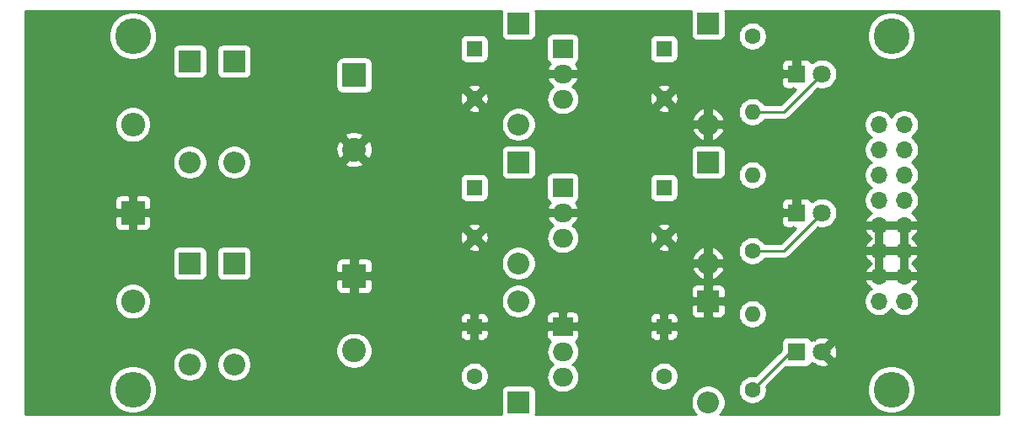
<source format=gbr>
G04 #@! TF.GenerationSoftware,KiCad,Pcbnew,5.1.7-a382d34a8~87~ubuntu16.04.1*
G04 #@! TF.CreationDate,2021-01-02T19:07:06+01:00*
G04 #@! TF.ProjectId,basic-bipolar-input-eurorack-power-supply,62617369-632d-4626-9970-6f6c61722d69,rev?*
G04 #@! TF.SameCoordinates,Original*
G04 #@! TF.FileFunction,Copper,L2,Bot*
G04 #@! TF.FilePolarity,Positive*
%FSLAX46Y46*%
G04 Gerber Fmt 4.6, Leading zero omitted, Abs format (unit mm)*
G04 Created by KiCad (PCBNEW 5.1.7-a382d34a8~87~ubuntu16.04.1) date 2021-01-02 19:07:06*
%MOMM*%
%LPD*%
G01*
G04 APERTURE LIST*
G04 #@! TA.AperFunction,ComponentPad*
%ADD10O,2.400000X2.400000*%
G04 #@! TD*
G04 #@! TA.AperFunction,ComponentPad*
%ADD11O,1.700000X1.700000*%
G04 #@! TD*
G04 #@! TA.AperFunction,ComponentPad*
%ADD12R,2.400000X2.400000*%
G04 #@! TD*
G04 #@! TA.AperFunction,ComponentPad*
%ADD13C,2.400000*%
G04 #@! TD*
G04 #@! TA.AperFunction,ComponentPad*
%ADD14O,2.200000X2.200000*%
G04 #@! TD*
G04 #@! TA.AperFunction,ComponentPad*
%ADD15R,2.200000X2.200000*%
G04 #@! TD*
G04 #@! TA.AperFunction,ComponentPad*
%ADD16R,1.800000X1.800000*%
G04 #@! TD*
G04 #@! TA.AperFunction,ComponentPad*
%ADD17C,1.800000*%
G04 #@! TD*
G04 #@! TA.AperFunction,ComponentPad*
%ADD18O,1.600000X1.600000*%
G04 #@! TD*
G04 #@! TA.AperFunction,ComponentPad*
%ADD19C,1.600000*%
G04 #@! TD*
G04 #@! TA.AperFunction,ComponentPad*
%ADD20R,2.000000X1.905000*%
G04 #@! TD*
G04 #@! TA.AperFunction,ComponentPad*
%ADD21O,2.000000X1.905000*%
G04 #@! TD*
G04 #@! TA.AperFunction,ComponentPad*
%ADD22R,1.600000X1.600000*%
G04 #@! TD*
G04 #@! TA.AperFunction,ViaPad*
%ADD23C,3.600000*%
G04 #@! TD*
G04 #@! TA.AperFunction,Conductor*
%ADD24C,0.250000*%
G04 #@! TD*
G04 #@! TA.AperFunction,Conductor*
%ADD25C,0.254000*%
G04 #@! TD*
G04 #@! TA.AperFunction,Conductor*
%ADD26C,0.100000*%
G04 #@! TD*
G04 APERTURE END LIST*
D10*
X24130000Y-29845000D03*
D11*
X99060000Y-12065000D03*
X101600000Y-12065000D03*
X99060000Y-14605000D03*
X101600000Y-14605000D03*
X99060000Y-17145000D03*
X101600000Y-17145000D03*
X99060000Y-19685000D03*
X101600000Y-19685000D03*
X99060000Y-22225000D03*
X101600000Y-22225000D03*
X99060000Y-24765000D03*
X101600000Y-24765000D03*
X99060000Y-27305000D03*
X101600000Y-27305000D03*
X99060000Y-29845000D03*
X101600000Y-29845000D03*
D10*
X24130000Y-12065000D03*
D12*
X24130000Y-20955000D03*
D13*
X46355000Y-14605000D03*
D12*
X46355000Y-7105000D03*
X46355000Y-27305000D03*
D13*
X46355000Y-34805000D03*
D14*
X29845000Y-15875000D03*
D15*
X29845000Y-5715000D03*
X29845000Y-26035000D03*
D14*
X29845000Y-36195000D03*
D16*
X90805000Y-20955000D03*
D17*
X93345000Y-20955000D03*
D16*
X90805000Y-34925000D03*
D17*
X93345000Y-34925000D03*
X93345000Y-6985000D03*
D16*
X90805000Y-6985000D03*
D18*
X86360000Y-17145000D03*
D19*
X86360000Y-24765000D03*
X86360000Y-38735000D03*
D18*
X86360000Y-31115000D03*
D19*
X86360000Y-3175000D03*
D18*
X86360000Y-10795000D03*
D20*
X67310000Y-18415000D03*
D21*
X67310000Y-20955000D03*
X67310000Y-23495000D03*
D20*
X67310000Y-32385000D03*
D21*
X67310000Y-34925000D03*
X67310000Y-37465000D03*
X67310000Y-9525000D03*
X67310000Y-6985000D03*
D20*
X67310000Y-4445000D03*
D19*
X58420000Y-23415000D03*
D22*
X58420000Y-18415000D03*
X58420000Y-32385000D03*
D19*
X58420000Y-37385000D03*
D22*
X58420000Y-4445000D03*
D19*
X58420000Y-9445000D03*
X77470000Y-23415000D03*
D22*
X77470000Y-18415000D03*
X77470000Y-32385000D03*
D19*
X77470000Y-37385000D03*
X77470000Y-9445000D03*
D22*
X77470000Y-4445000D03*
D14*
X34290000Y-15875000D03*
D15*
X34290000Y-5715000D03*
X34290000Y-26035000D03*
D14*
X34290000Y-36195000D03*
D15*
X81915000Y-15875000D03*
D14*
X81915000Y-26035000D03*
X81915000Y-40005000D03*
D15*
X81915000Y-29845000D03*
X81915000Y-1905000D03*
D14*
X81915000Y-12065000D03*
D15*
X62865000Y-15875000D03*
D14*
X62865000Y-26035000D03*
X62865000Y-29845000D03*
D15*
X62865000Y-40005000D03*
X62865000Y-1905000D03*
D14*
X62865000Y-12065000D03*
D23*
X100330000Y-3175000D03*
X24130000Y-3175000D03*
X24130000Y-38735000D03*
X100330000Y-38735000D03*
D24*
X89535000Y-24765000D02*
X86360000Y-24765000D01*
X93345000Y-20955000D02*
X89535000Y-24765000D01*
X90170000Y-34925000D02*
X90805000Y-34925000D01*
X86360000Y-38735000D02*
X90170000Y-34925000D01*
X89535000Y-10795000D02*
X86360000Y-10795000D01*
X93345000Y-6985000D02*
X89535000Y-10795000D01*
D25*
X61139188Y-680518D02*
X61126928Y-805000D01*
X61126928Y-3005000D01*
X61139188Y-3129482D01*
X61175498Y-3249180D01*
X61234463Y-3359494D01*
X61313815Y-3456185D01*
X61410506Y-3535537D01*
X61520820Y-3594502D01*
X61640518Y-3630812D01*
X61765000Y-3643072D01*
X63965000Y-3643072D01*
X64089482Y-3630812D01*
X64209180Y-3594502D01*
X64319494Y-3535537D01*
X64371934Y-3492500D01*
X65671928Y-3492500D01*
X65671928Y-5397500D01*
X65684188Y-5521982D01*
X65720498Y-5641680D01*
X65779463Y-5751994D01*
X65858815Y-5848685D01*
X65955506Y-5928037D01*
X66046983Y-5976933D01*
X66009373Y-6016823D01*
X65844570Y-6279899D01*
X65773402Y-6434780D01*
X65867897Y-6674500D01*
X66999500Y-6674500D01*
X66999500Y-6654500D01*
X67620500Y-6654500D01*
X67620500Y-6674500D01*
X68752103Y-6674500D01*
X68846598Y-6434780D01*
X68775430Y-6279899D01*
X68653337Y-6085000D01*
X89266928Y-6085000D01*
X89270000Y-6515750D01*
X89428750Y-6674500D01*
X90494500Y-6674500D01*
X90494500Y-5608750D01*
X90335750Y-5450000D01*
X89905000Y-5446928D01*
X89780518Y-5459188D01*
X89660820Y-5495498D01*
X89550506Y-5554463D01*
X89453815Y-5633815D01*
X89374463Y-5730506D01*
X89315498Y-5840820D01*
X89279188Y-5960518D01*
X89266928Y-6085000D01*
X68653337Y-6085000D01*
X68610627Y-6016823D01*
X68573017Y-5976933D01*
X68664494Y-5928037D01*
X68761185Y-5848685D01*
X68840537Y-5751994D01*
X68899502Y-5641680D01*
X68935812Y-5521982D01*
X68948072Y-5397500D01*
X68948072Y-3645000D01*
X76031928Y-3645000D01*
X76031928Y-5245000D01*
X76044188Y-5369482D01*
X76080498Y-5489180D01*
X76139463Y-5599494D01*
X76218815Y-5696185D01*
X76315506Y-5775537D01*
X76425820Y-5834502D01*
X76545518Y-5870812D01*
X76670000Y-5883072D01*
X78270000Y-5883072D01*
X78394482Y-5870812D01*
X78514180Y-5834502D01*
X78624494Y-5775537D01*
X78721185Y-5696185D01*
X78800537Y-5599494D01*
X78859502Y-5489180D01*
X78895812Y-5369482D01*
X78908072Y-5245000D01*
X78908072Y-3645000D01*
X78895812Y-3520518D01*
X78859502Y-3400820D01*
X78800537Y-3290506D01*
X78721185Y-3193815D01*
X78624494Y-3114463D01*
X78514180Y-3055498D01*
X78394482Y-3019188D01*
X78270000Y-3006928D01*
X76670000Y-3006928D01*
X76545518Y-3019188D01*
X76425820Y-3055498D01*
X76315506Y-3114463D01*
X76218815Y-3193815D01*
X76139463Y-3290506D01*
X76080498Y-3400820D01*
X76044188Y-3520518D01*
X76031928Y-3645000D01*
X68948072Y-3645000D01*
X68948072Y-3492500D01*
X68935812Y-3368018D01*
X68899502Y-3248320D01*
X68840537Y-3138006D01*
X68761185Y-3041315D01*
X68664494Y-2961963D01*
X68554180Y-2902998D01*
X68434482Y-2866688D01*
X68310000Y-2854428D01*
X66310000Y-2854428D01*
X66185518Y-2866688D01*
X66065820Y-2902998D01*
X65955506Y-2961963D01*
X65858815Y-3041315D01*
X65779463Y-3138006D01*
X65720498Y-3248320D01*
X65684188Y-3368018D01*
X65671928Y-3492500D01*
X64371934Y-3492500D01*
X64416185Y-3456185D01*
X64495537Y-3359494D01*
X64554502Y-3249180D01*
X64590812Y-3129482D01*
X64603072Y-3005000D01*
X64603072Y-805000D01*
X64590812Y-680518D01*
X64584588Y-660000D01*
X80195412Y-660000D01*
X80189188Y-680518D01*
X80176928Y-805000D01*
X80176928Y-3005000D01*
X80189188Y-3129482D01*
X80225498Y-3249180D01*
X80284463Y-3359494D01*
X80363815Y-3456185D01*
X80460506Y-3535537D01*
X80570820Y-3594502D01*
X80690518Y-3630812D01*
X80815000Y-3643072D01*
X83015000Y-3643072D01*
X83139482Y-3630812D01*
X83259180Y-3594502D01*
X83369494Y-3535537D01*
X83466185Y-3456185D01*
X83545537Y-3359494D01*
X83604502Y-3249180D01*
X83640812Y-3129482D01*
X83650248Y-3033665D01*
X84925000Y-3033665D01*
X84925000Y-3316335D01*
X84980147Y-3593574D01*
X85088320Y-3854727D01*
X85245363Y-4089759D01*
X85445241Y-4289637D01*
X85680273Y-4446680D01*
X85941426Y-4554853D01*
X86218665Y-4610000D01*
X86501335Y-4610000D01*
X86778574Y-4554853D01*
X87039727Y-4446680D01*
X87274759Y-4289637D01*
X87474637Y-4089759D01*
X87631680Y-3854727D01*
X87739853Y-3593574D01*
X87795000Y-3316335D01*
X87795000Y-3033665D01*
X87775409Y-2935173D01*
X97895000Y-2935173D01*
X97895000Y-3414827D01*
X97988576Y-3885263D01*
X98172131Y-4328405D01*
X98438612Y-4727222D01*
X98777778Y-5066388D01*
X99176595Y-5332869D01*
X99619737Y-5516424D01*
X100090173Y-5610000D01*
X100569827Y-5610000D01*
X101040263Y-5516424D01*
X101483405Y-5332869D01*
X101882222Y-5066388D01*
X102221388Y-4727222D01*
X102487869Y-4328405D01*
X102671424Y-3885263D01*
X102765000Y-3414827D01*
X102765000Y-2935173D01*
X102671424Y-2464737D01*
X102487869Y-2021595D01*
X102221388Y-1622778D01*
X101882222Y-1283612D01*
X101483405Y-1017131D01*
X101040263Y-833576D01*
X100569827Y-740000D01*
X100090173Y-740000D01*
X99619737Y-833576D01*
X99176595Y-1017131D01*
X98777778Y-1283612D01*
X98438612Y-1622778D01*
X98172131Y-2021595D01*
X97988576Y-2464737D01*
X97895000Y-2935173D01*
X87775409Y-2935173D01*
X87739853Y-2756426D01*
X87631680Y-2495273D01*
X87474637Y-2260241D01*
X87274759Y-2060363D01*
X87039727Y-1903320D01*
X86778574Y-1795147D01*
X86501335Y-1740000D01*
X86218665Y-1740000D01*
X85941426Y-1795147D01*
X85680273Y-1903320D01*
X85445241Y-2060363D01*
X85245363Y-2260241D01*
X85088320Y-2495273D01*
X84980147Y-2756426D01*
X84925000Y-3033665D01*
X83650248Y-3033665D01*
X83653072Y-3005000D01*
X83653072Y-805000D01*
X83640812Y-680518D01*
X83634588Y-660000D01*
X111100000Y-660000D01*
X111100001Y-41250000D01*
X83123661Y-41250000D01*
X83262663Y-41110998D01*
X83452537Y-40826831D01*
X83583325Y-40511081D01*
X83650000Y-40175883D01*
X83650000Y-39834117D01*
X83583325Y-39498919D01*
X83452537Y-39183169D01*
X83262663Y-38899002D01*
X83020998Y-38657337D01*
X82925706Y-38593665D01*
X84925000Y-38593665D01*
X84925000Y-38876335D01*
X84980147Y-39153574D01*
X85088320Y-39414727D01*
X85245363Y-39649759D01*
X85445241Y-39849637D01*
X85680273Y-40006680D01*
X85941426Y-40114853D01*
X86218665Y-40170000D01*
X86501335Y-40170000D01*
X86778574Y-40114853D01*
X87039727Y-40006680D01*
X87274759Y-39849637D01*
X87474637Y-39649759D01*
X87631680Y-39414727D01*
X87739853Y-39153574D01*
X87795000Y-38876335D01*
X87795000Y-38593665D01*
X87775409Y-38495173D01*
X97895000Y-38495173D01*
X97895000Y-38974827D01*
X97988576Y-39445263D01*
X98172131Y-39888405D01*
X98438612Y-40287222D01*
X98777778Y-40626388D01*
X99176595Y-40892869D01*
X99619737Y-41076424D01*
X100090173Y-41170000D01*
X100569827Y-41170000D01*
X101040263Y-41076424D01*
X101483405Y-40892869D01*
X101882222Y-40626388D01*
X102221388Y-40287222D01*
X102487869Y-39888405D01*
X102671424Y-39445263D01*
X102765000Y-38974827D01*
X102765000Y-38495173D01*
X102671424Y-38024737D01*
X102487869Y-37581595D01*
X102221388Y-37182778D01*
X101882222Y-36843612D01*
X101483405Y-36577131D01*
X101040263Y-36393576D01*
X100569827Y-36300000D01*
X100090173Y-36300000D01*
X99619737Y-36393576D01*
X99176595Y-36577131D01*
X98777778Y-36843612D01*
X98438612Y-37182778D01*
X98172131Y-37581595D01*
X97988576Y-38024737D01*
X97895000Y-38495173D01*
X87775409Y-38495173D01*
X87758688Y-38411113D01*
X89733310Y-36436492D01*
X89780518Y-36450812D01*
X89905000Y-36463072D01*
X91705000Y-36463072D01*
X91829482Y-36450812D01*
X91949180Y-36414502D01*
X92059494Y-36355537D01*
X92156185Y-36276185D01*
X92235537Y-36179494D01*
X92294502Y-36069180D01*
X92297813Y-36058265D01*
X92474332Y-36234784D01*
X92611103Y-36098013D01*
X92708144Y-36329811D01*
X92994445Y-36427062D01*
X93294219Y-36466591D01*
X93595944Y-36446877D01*
X93888026Y-36368678D01*
X93981856Y-36329811D01*
X94078898Y-36098012D01*
X93345000Y-35364113D01*
X93330858Y-35378256D01*
X92891744Y-34939142D01*
X92905887Y-34925000D01*
X93784113Y-34925000D01*
X94518012Y-35658898D01*
X94749811Y-35561856D01*
X94847062Y-35275555D01*
X94886591Y-34975781D01*
X94866877Y-34674056D01*
X94788678Y-34381974D01*
X94749811Y-34288144D01*
X94518012Y-34191102D01*
X93784113Y-34925000D01*
X92905887Y-34925000D01*
X92891744Y-34910858D01*
X93330858Y-34471744D01*
X93345000Y-34485887D01*
X94078898Y-33751988D01*
X93981856Y-33520189D01*
X93695555Y-33422938D01*
X93395781Y-33383409D01*
X93094056Y-33403123D01*
X92801974Y-33481322D01*
X92708144Y-33520189D01*
X92611103Y-33751987D01*
X92474332Y-33615216D01*
X92297813Y-33791735D01*
X92294502Y-33780820D01*
X92235537Y-33670506D01*
X92156185Y-33573815D01*
X92059494Y-33494463D01*
X91949180Y-33435498D01*
X91829482Y-33399188D01*
X91705000Y-33386928D01*
X89905000Y-33386928D01*
X89780518Y-33399188D01*
X89660820Y-33435498D01*
X89550506Y-33494463D01*
X89453815Y-33573815D01*
X89374463Y-33670506D01*
X89315498Y-33780820D01*
X89279188Y-33900518D01*
X89266928Y-34025000D01*
X89266928Y-34753270D01*
X86683887Y-37336312D01*
X86501335Y-37300000D01*
X86218665Y-37300000D01*
X85941426Y-37355147D01*
X85680273Y-37463320D01*
X85445241Y-37620363D01*
X85245363Y-37820241D01*
X85088320Y-38055273D01*
X84980147Y-38316426D01*
X84925000Y-38593665D01*
X82925706Y-38593665D01*
X82736831Y-38467463D01*
X82421081Y-38336675D01*
X82085883Y-38270000D01*
X81744117Y-38270000D01*
X81408919Y-38336675D01*
X81093169Y-38467463D01*
X80809002Y-38657337D01*
X80567337Y-38899002D01*
X80377463Y-39183169D01*
X80246675Y-39498919D01*
X80180000Y-39834117D01*
X80180000Y-40175883D01*
X80246675Y-40511081D01*
X80377463Y-40826831D01*
X80567337Y-41110998D01*
X80706339Y-41250000D01*
X64584588Y-41250000D01*
X64590812Y-41229482D01*
X64603072Y-41105000D01*
X64603072Y-38905000D01*
X64590812Y-38780518D01*
X64554502Y-38660820D01*
X64495537Y-38550506D01*
X64416185Y-38453815D01*
X64319494Y-38374463D01*
X64209180Y-38315498D01*
X64089482Y-38279188D01*
X63965000Y-38266928D01*
X61765000Y-38266928D01*
X61640518Y-38279188D01*
X61520820Y-38315498D01*
X61410506Y-38374463D01*
X61313815Y-38453815D01*
X61234463Y-38550506D01*
X61175498Y-38660820D01*
X61139188Y-38780518D01*
X61126928Y-38905000D01*
X61126928Y-41105000D01*
X61139188Y-41229482D01*
X61145412Y-41250000D01*
X13360000Y-41250000D01*
X13360000Y-38495173D01*
X21695000Y-38495173D01*
X21695000Y-38974827D01*
X21788576Y-39445263D01*
X21972131Y-39888405D01*
X22238612Y-40287222D01*
X22577778Y-40626388D01*
X22976595Y-40892869D01*
X23419737Y-41076424D01*
X23890173Y-41170000D01*
X24369827Y-41170000D01*
X24840263Y-41076424D01*
X25283405Y-40892869D01*
X25682222Y-40626388D01*
X26021388Y-40287222D01*
X26287869Y-39888405D01*
X26471424Y-39445263D01*
X26565000Y-38974827D01*
X26565000Y-38495173D01*
X26471424Y-38024737D01*
X26287869Y-37581595D01*
X26021388Y-37182778D01*
X25682222Y-36843612D01*
X25283405Y-36577131D01*
X24840263Y-36393576D01*
X24369827Y-36300000D01*
X23890173Y-36300000D01*
X23419737Y-36393576D01*
X22976595Y-36577131D01*
X22577778Y-36843612D01*
X22238612Y-37182778D01*
X21972131Y-37581595D01*
X21788576Y-38024737D01*
X21695000Y-38495173D01*
X13360000Y-38495173D01*
X13360000Y-36024117D01*
X28110000Y-36024117D01*
X28110000Y-36365883D01*
X28176675Y-36701081D01*
X28307463Y-37016831D01*
X28497337Y-37300998D01*
X28739002Y-37542663D01*
X29023169Y-37732537D01*
X29338919Y-37863325D01*
X29674117Y-37930000D01*
X30015883Y-37930000D01*
X30351081Y-37863325D01*
X30666831Y-37732537D01*
X30950998Y-37542663D01*
X31192663Y-37300998D01*
X31382537Y-37016831D01*
X31513325Y-36701081D01*
X31580000Y-36365883D01*
X31580000Y-36024117D01*
X32555000Y-36024117D01*
X32555000Y-36365883D01*
X32621675Y-36701081D01*
X32752463Y-37016831D01*
X32942337Y-37300998D01*
X33184002Y-37542663D01*
X33468169Y-37732537D01*
X33783919Y-37863325D01*
X34119117Y-37930000D01*
X34460883Y-37930000D01*
X34796081Y-37863325D01*
X35111831Y-37732537D01*
X35395998Y-37542663D01*
X35637663Y-37300998D01*
X35675971Y-37243665D01*
X56985000Y-37243665D01*
X56985000Y-37526335D01*
X57040147Y-37803574D01*
X57148320Y-38064727D01*
X57305363Y-38299759D01*
X57505241Y-38499637D01*
X57740273Y-38656680D01*
X58001426Y-38764853D01*
X58278665Y-38820000D01*
X58561335Y-38820000D01*
X58838574Y-38764853D01*
X59099727Y-38656680D01*
X59334759Y-38499637D01*
X59534637Y-38299759D01*
X59691680Y-38064727D01*
X59799853Y-37803574D01*
X59855000Y-37526335D01*
X59855000Y-37243665D01*
X59799853Y-36966426D01*
X59691680Y-36705273D01*
X59534637Y-36470241D01*
X59334759Y-36270363D01*
X59099727Y-36113320D01*
X58838574Y-36005147D01*
X58561335Y-35950000D01*
X58278665Y-35950000D01*
X58001426Y-36005147D01*
X57740273Y-36113320D01*
X57505241Y-36270363D01*
X57305363Y-36470241D01*
X57148320Y-36705273D01*
X57040147Y-36966426D01*
X56985000Y-37243665D01*
X35675971Y-37243665D01*
X35827537Y-37016831D01*
X35958325Y-36701081D01*
X36025000Y-36365883D01*
X36025000Y-36024117D01*
X35958325Y-35688919D01*
X35827537Y-35373169D01*
X35637663Y-35089002D01*
X35395998Y-34847337D01*
X35111831Y-34657463D01*
X35031692Y-34624268D01*
X44520000Y-34624268D01*
X44520000Y-34985732D01*
X44590518Y-35340250D01*
X44728844Y-35674199D01*
X44929662Y-35974744D01*
X45185256Y-36230338D01*
X45485801Y-36431156D01*
X45819750Y-36569482D01*
X46174268Y-36640000D01*
X46535732Y-36640000D01*
X46890250Y-36569482D01*
X47224199Y-36431156D01*
X47524744Y-36230338D01*
X47780338Y-35974744D01*
X47981156Y-35674199D01*
X48119482Y-35340250D01*
X48190000Y-34985732D01*
X48190000Y-34925000D01*
X65667319Y-34925000D01*
X65697970Y-35236204D01*
X65788745Y-35535449D01*
X65936155Y-35811235D01*
X66134537Y-36052963D01*
X66307609Y-36195000D01*
X66134537Y-36337037D01*
X65936155Y-36578765D01*
X65788745Y-36854551D01*
X65697970Y-37153796D01*
X65667319Y-37465000D01*
X65697970Y-37776204D01*
X65788745Y-38075449D01*
X65936155Y-38351235D01*
X66134537Y-38592963D01*
X66376265Y-38791345D01*
X66652051Y-38938755D01*
X66951296Y-39029530D01*
X67184514Y-39052500D01*
X67435486Y-39052500D01*
X67668704Y-39029530D01*
X67967949Y-38938755D01*
X68243735Y-38791345D01*
X68485463Y-38592963D01*
X68683845Y-38351235D01*
X68831255Y-38075449D01*
X68922030Y-37776204D01*
X68952681Y-37465000D01*
X68930882Y-37243665D01*
X76035000Y-37243665D01*
X76035000Y-37526335D01*
X76090147Y-37803574D01*
X76198320Y-38064727D01*
X76355363Y-38299759D01*
X76555241Y-38499637D01*
X76790273Y-38656680D01*
X77051426Y-38764853D01*
X77328665Y-38820000D01*
X77611335Y-38820000D01*
X77888574Y-38764853D01*
X78149727Y-38656680D01*
X78384759Y-38499637D01*
X78584637Y-38299759D01*
X78741680Y-38064727D01*
X78849853Y-37803574D01*
X78905000Y-37526335D01*
X78905000Y-37243665D01*
X78849853Y-36966426D01*
X78741680Y-36705273D01*
X78584637Y-36470241D01*
X78384759Y-36270363D01*
X78149727Y-36113320D01*
X77888574Y-36005147D01*
X77611335Y-35950000D01*
X77328665Y-35950000D01*
X77051426Y-36005147D01*
X76790273Y-36113320D01*
X76555241Y-36270363D01*
X76355363Y-36470241D01*
X76198320Y-36705273D01*
X76090147Y-36966426D01*
X76035000Y-37243665D01*
X68930882Y-37243665D01*
X68922030Y-37153796D01*
X68831255Y-36854551D01*
X68683845Y-36578765D01*
X68485463Y-36337037D01*
X68312391Y-36195000D01*
X68485463Y-36052963D01*
X68683845Y-35811235D01*
X68831255Y-35535449D01*
X68922030Y-35236204D01*
X68952681Y-34925000D01*
X68922030Y-34613796D01*
X68831255Y-34314551D01*
X68683845Y-34038765D01*
X68580554Y-33912905D01*
X68664494Y-33868037D01*
X68761185Y-33788685D01*
X68840537Y-33691994D01*
X68899502Y-33581680D01*
X68935812Y-33461982D01*
X68948072Y-33337500D01*
X68947103Y-33185000D01*
X76031928Y-33185000D01*
X76044188Y-33309482D01*
X76080498Y-33429180D01*
X76139463Y-33539494D01*
X76218815Y-33636185D01*
X76315506Y-33715537D01*
X76425820Y-33774502D01*
X76545518Y-33810812D01*
X76670000Y-33823072D01*
X77000750Y-33820000D01*
X77159500Y-33661250D01*
X77159500Y-32695500D01*
X77780500Y-32695500D01*
X77780500Y-33661250D01*
X77939250Y-33820000D01*
X78270000Y-33823072D01*
X78394482Y-33810812D01*
X78514180Y-33774502D01*
X78624494Y-33715537D01*
X78721185Y-33636185D01*
X78800537Y-33539494D01*
X78859502Y-33429180D01*
X78895812Y-33309482D01*
X78908072Y-33185000D01*
X78905000Y-32854250D01*
X78746250Y-32695500D01*
X77780500Y-32695500D01*
X77159500Y-32695500D01*
X76193750Y-32695500D01*
X76035000Y-32854250D01*
X76031928Y-33185000D01*
X68947103Y-33185000D01*
X68945000Y-32854250D01*
X68786250Y-32695500D01*
X67620500Y-32695500D01*
X67620500Y-32715500D01*
X66999500Y-32715500D01*
X66999500Y-32695500D01*
X65833750Y-32695500D01*
X65675000Y-32854250D01*
X65671928Y-33337500D01*
X65684188Y-33461982D01*
X65720498Y-33581680D01*
X65779463Y-33691994D01*
X65858815Y-33788685D01*
X65955506Y-33868037D01*
X66039446Y-33912905D01*
X65936155Y-34038765D01*
X65788745Y-34314551D01*
X65697970Y-34613796D01*
X65667319Y-34925000D01*
X48190000Y-34925000D01*
X48190000Y-34624268D01*
X48119482Y-34269750D01*
X47981156Y-33935801D01*
X47780338Y-33635256D01*
X47524744Y-33379662D01*
X47233413Y-33185000D01*
X56981928Y-33185000D01*
X56994188Y-33309482D01*
X57030498Y-33429180D01*
X57089463Y-33539494D01*
X57168815Y-33636185D01*
X57265506Y-33715537D01*
X57375820Y-33774502D01*
X57495518Y-33810812D01*
X57620000Y-33823072D01*
X57950750Y-33820000D01*
X58109500Y-33661250D01*
X58109500Y-32695500D01*
X58730500Y-32695500D01*
X58730500Y-33661250D01*
X58889250Y-33820000D01*
X59220000Y-33823072D01*
X59344482Y-33810812D01*
X59464180Y-33774502D01*
X59574494Y-33715537D01*
X59671185Y-33636185D01*
X59750537Y-33539494D01*
X59809502Y-33429180D01*
X59845812Y-33309482D01*
X59858072Y-33185000D01*
X59855000Y-32854250D01*
X59696250Y-32695500D01*
X58730500Y-32695500D01*
X58109500Y-32695500D01*
X57143750Y-32695500D01*
X56985000Y-32854250D01*
X56981928Y-33185000D01*
X47233413Y-33185000D01*
X47224199Y-33178844D01*
X46890250Y-33040518D01*
X46535732Y-32970000D01*
X46174268Y-32970000D01*
X45819750Y-33040518D01*
X45485801Y-33178844D01*
X45185256Y-33379662D01*
X44929662Y-33635256D01*
X44728844Y-33935801D01*
X44590518Y-34269750D01*
X44520000Y-34624268D01*
X35031692Y-34624268D01*
X34796081Y-34526675D01*
X34460883Y-34460000D01*
X34119117Y-34460000D01*
X33783919Y-34526675D01*
X33468169Y-34657463D01*
X33184002Y-34847337D01*
X32942337Y-35089002D01*
X32752463Y-35373169D01*
X32621675Y-35688919D01*
X32555000Y-36024117D01*
X31580000Y-36024117D01*
X31513325Y-35688919D01*
X31382537Y-35373169D01*
X31192663Y-35089002D01*
X30950998Y-34847337D01*
X30666831Y-34657463D01*
X30351081Y-34526675D01*
X30015883Y-34460000D01*
X29674117Y-34460000D01*
X29338919Y-34526675D01*
X29023169Y-34657463D01*
X28739002Y-34847337D01*
X28497337Y-35089002D01*
X28307463Y-35373169D01*
X28176675Y-35688919D01*
X28110000Y-36024117D01*
X13360000Y-36024117D01*
X13360000Y-29664268D01*
X22295000Y-29664268D01*
X22295000Y-30025732D01*
X22365518Y-30380250D01*
X22503844Y-30714199D01*
X22704662Y-31014744D01*
X22960256Y-31270338D01*
X23260801Y-31471156D01*
X23594750Y-31609482D01*
X23949268Y-31680000D01*
X24310732Y-31680000D01*
X24665250Y-31609482D01*
X24724354Y-31585000D01*
X56981928Y-31585000D01*
X56985000Y-31915750D01*
X57143750Y-32074500D01*
X58109500Y-32074500D01*
X58109500Y-31108750D01*
X58730500Y-31108750D01*
X58730500Y-32074500D01*
X59696250Y-32074500D01*
X59855000Y-31915750D01*
X59858072Y-31585000D01*
X59845812Y-31460518D01*
X59809502Y-31340820D01*
X59750537Y-31230506D01*
X59671185Y-31133815D01*
X59574494Y-31054463D01*
X59464180Y-30995498D01*
X59344482Y-30959188D01*
X59220000Y-30946928D01*
X58889250Y-30950000D01*
X58730500Y-31108750D01*
X58109500Y-31108750D01*
X57950750Y-30950000D01*
X57620000Y-30946928D01*
X57495518Y-30959188D01*
X57375820Y-30995498D01*
X57265506Y-31054463D01*
X57168815Y-31133815D01*
X57089463Y-31230506D01*
X57030498Y-31340820D01*
X56994188Y-31460518D01*
X56981928Y-31585000D01*
X24724354Y-31585000D01*
X24999199Y-31471156D01*
X25299744Y-31270338D01*
X25555338Y-31014744D01*
X25756156Y-30714199D01*
X25894482Y-30380250D01*
X25965000Y-30025732D01*
X25965000Y-29674117D01*
X61130000Y-29674117D01*
X61130000Y-30015883D01*
X61196675Y-30351081D01*
X61327463Y-30666831D01*
X61517337Y-30950998D01*
X61759002Y-31192663D01*
X62043169Y-31382537D01*
X62358919Y-31513325D01*
X62694117Y-31580000D01*
X63035883Y-31580000D01*
X63371081Y-31513325D01*
X63566209Y-31432500D01*
X65671928Y-31432500D01*
X65675000Y-31915750D01*
X65833750Y-32074500D01*
X66999500Y-32074500D01*
X66999500Y-30956250D01*
X67620500Y-30956250D01*
X67620500Y-32074500D01*
X68786250Y-32074500D01*
X68945000Y-31915750D01*
X68947102Y-31585000D01*
X76031928Y-31585000D01*
X76035000Y-31915750D01*
X76193750Y-32074500D01*
X77159500Y-32074500D01*
X77159500Y-31108750D01*
X77780500Y-31108750D01*
X77780500Y-32074500D01*
X78746250Y-32074500D01*
X78905000Y-31915750D01*
X78908072Y-31585000D01*
X78895812Y-31460518D01*
X78859502Y-31340820D01*
X78800537Y-31230506D01*
X78721185Y-31133815D01*
X78624494Y-31054463D01*
X78514180Y-30995498D01*
X78394482Y-30959188D01*
X78270000Y-30946928D01*
X77939250Y-30950000D01*
X77780500Y-31108750D01*
X77159500Y-31108750D01*
X77000750Y-30950000D01*
X76670000Y-30946928D01*
X76545518Y-30959188D01*
X76425820Y-30995498D01*
X76315506Y-31054463D01*
X76218815Y-31133815D01*
X76139463Y-31230506D01*
X76080498Y-31340820D01*
X76044188Y-31460518D01*
X76031928Y-31585000D01*
X68947102Y-31585000D01*
X68948072Y-31432500D01*
X68935812Y-31308018D01*
X68899502Y-31188320D01*
X68840537Y-31078006D01*
X68761185Y-30981315D01*
X68716935Y-30945000D01*
X80176928Y-30945000D01*
X80189188Y-31069482D01*
X80225498Y-31189180D01*
X80284463Y-31299494D01*
X80363815Y-31396185D01*
X80460506Y-31475537D01*
X80570820Y-31534502D01*
X80690518Y-31570812D01*
X80815000Y-31583072D01*
X81445750Y-31580000D01*
X81604500Y-31421250D01*
X81604500Y-30155500D01*
X82225500Y-30155500D01*
X82225500Y-31421250D01*
X82384250Y-31580000D01*
X83015000Y-31583072D01*
X83139482Y-31570812D01*
X83259180Y-31534502D01*
X83369494Y-31475537D01*
X83466185Y-31396185D01*
X83545537Y-31299494D01*
X83604502Y-31189180D01*
X83640812Y-31069482D01*
X83650248Y-30973665D01*
X84925000Y-30973665D01*
X84925000Y-31256335D01*
X84980147Y-31533574D01*
X85088320Y-31794727D01*
X85245363Y-32029759D01*
X85445241Y-32229637D01*
X85680273Y-32386680D01*
X85941426Y-32494853D01*
X86218665Y-32550000D01*
X86501335Y-32550000D01*
X86778574Y-32494853D01*
X87039727Y-32386680D01*
X87274759Y-32229637D01*
X87474637Y-32029759D01*
X87631680Y-31794727D01*
X87739853Y-31533574D01*
X87795000Y-31256335D01*
X87795000Y-30973665D01*
X87739853Y-30696426D01*
X87631680Y-30435273D01*
X87474637Y-30200241D01*
X87274759Y-30000363D01*
X87039727Y-29843320D01*
X86778574Y-29735147D01*
X86595547Y-29698740D01*
X97575000Y-29698740D01*
X97575000Y-29991260D01*
X97632068Y-30278158D01*
X97744010Y-30548411D01*
X97906525Y-30791632D01*
X98113368Y-30998475D01*
X98356589Y-31160990D01*
X98626842Y-31272932D01*
X98913740Y-31330000D01*
X99206260Y-31330000D01*
X99493158Y-31272932D01*
X99763411Y-31160990D01*
X100006632Y-30998475D01*
X100213475Y-30791632D01*
X100330000Y-30617240D01*
X100446525Y-30791632D01*
X100653368Y-30998475D01*
X100896589Y-31160990D01*
X101166842Y-31272932D01*
X101453740Y-31330000D01*
X101746260Y-31330000D01*
X102033158Y-31272932D01*
X102303411Y-31160990D01*
X102546632Y-30998475D01*
X102753475Y-30791632D01*
X102915990Y-30548411D01*
X103027932Y-30278158D01*
X103085000Y-29991260D01*
X103085000Y-29698740D01*
X103027932Y-29411842D01*
X102915990Y-29141589D01*
X102753475Y-28898368D01*
X102546632Y-28691525D01*
X102368713Y-28572643D01*
X102393935Y-28559961D01*
X102623511Y-28380958D01*
X102813754Y-28160607D01*
X102957353Y-27907375D01*
X102985724Y-27838848D01*
X102889391Y-27615500D01*
X101910500Y-27615500D01*
X101910500Y-27635500D01*
X101289500Y-27635500D01*
X101289500Y-27615500D01*
X99370500Y-27615500D01*
X99370500Y-27635500D01*
X98749500Y-27635500D01*
X98749500Y-27615500D01*
X97770609Y-27615500D01*
X97674276Y-27838848D01*
X97702647Y-27907375D01*
X97846246Y-28160607D01*
X98036489Y-28380958D01*
X98266065Y-28559961D01*
X98291287Y-28572643D01*
X98113368Y-28691525D01*
X97906525Y-28898368D01*
X97744010Y-29141589D01*
X97632068Y-29411842D01*
X97575000Y-29698740D01*
X86595547Y-29698740D01*
X86501335Y-29680000D01*
X86218665Y-29680000D01*
X85941426Y-29735147D01*
X85680273Y-29843320D01*
X85445241Y-30000363D01*
X85245363Y-30200241D01*
X85088320Y-30435273D01*
X84980147Y-30696426D01*
X84925000Y-30973665D01*
X83650248Y-30973665D01*
X83653072Y-30945000D01*
X83650000Y-30314250D01*
X83491250Y-30155500D01*
X82225500Y-30155500D01*
X81604500Y-30155500D01*
X80338750Y-30155500D01*
X80180000Y-30314250D01*
X80176928Y-30945000D01*
X68716935Y-30945000D01*
X68664494Y-30901963D01*
X68554180Y-30842998D01*
X68434482Y-30806688D01*
X68310000Y-30794428D01*
X67779250Y-30797500D01*
X67620500Y-30956250D01*
X66999500Y-30956250D01*
X66840750Y-30797500D01*
X66310000Y-30794428D01*
X66185518Y-30806688D01*
X66065820Y-30842998D01*
X65955506Y-30901963D01*
X65858815Y-30981315D01*
X65779463Y-31078006D01*
X65720498Y-31188320D01*
X65684188Y-31308018D01*
X65671928Y-31432500D01*
X63566209Y-31432500D01*
X63686831Y-31382537D01*
X63970998Y-31192663D01*
X64212663Y-30950998D01*
X64402537Y-30666831D01*
X64533325Y-30351081D01*
X64600000Y-30015883D01*
X64600000Y-29674117D01*
X64533325Y-29338919D01*
X64402537Y-29023169D01*
X64216671Y-28745000D01*
X80176928Y-28745000D01*
X80180000Y-29375750D01*
X80338750Y-29534500D01*
X81604500Y-29534500D01*
X81604500Y-28268750D01*
X82225500Y-28268750D01*
X82225500Y-29534500D01*
X83491250Y-29534500D01*
X83650000Y-29375750D01*
X83653072Y-28745000D01*
X83640812Y-28620518D01*
X83604502Y-28500820D01*
X83545537Y-28390506D01*
X83466185Y-28293815D01*
X83369494Y-28214463D01*
X83259180Y-28155498D01*
X83139482Y-28119188D01*
X83015000Y-28106928D01*
X82384250Y-28110000D01*
X82225500Y-28268750D01*
X81604500Y-28268750D01*
X81445750Y-28110000D01*
X80815000Y-28106928D01*
X80690518Y-28119188D01*
X80570820Y-28155498D01*
X80460506Y-28214463D01*
X80363815Y-28293815D01*
X80284463Y-28390506D01*
X80225498Y-28500820D01*
X80189188Y-28620518D01*
X80176928Y-28745000D01*
X64216671Y-28745000D01*
X64212663Y-28739002D01*
X63970998Y-28497337D01*
X63686831Y-28307463D01*
X63371081Y-28176675D01*
X63035883Y-28110000D01*
X62694117Y-28110000D01*
X62358919Y-28176675D01*
X62043169Y-28307463D01*
X61759002Y-28497337D01*
X61517337Y-28739002D01*
X61327463Y-29023169D01*
X61196675Y-29338919D01*
X61130000Y-29674117D01*
X25965000Y-29674117D01*
X25965000Y-29664268D01*
X25894482Y-29309750D01*
X25756156Y-28975801D01*
X25555338Y-28675256D01*
X25385082Y-28505000D01*
X44516928Y-28505000D01*
X44529188Y-28629482D01*
X44565498Y-28749180D01*
X44624463Y-28859494D01*
X44703815Y-28956185D01*
X44800506Y-29035537D01*
X44910820Y-29094502D01*
X45030518Y-29130812D01*
X45155000Y-29143072D01*
X45885750Y-29140000D01*
X46044500Y-28981250D01*
X46044500Y-27615500D01*
X46665500Y-27615500D01*
X46665500Y-28981250D01*
X46824250Y-29140000D01*
X47555000Y-29143072D01*
X47679482Y-29130812D01*
X47799180Y-29094502D01*
X47909494Y-29035537D01*
X48006185Y-28956185D01*
X48085537Y-28859494D01*
X48144502Y-28749180D01*
X48180812Y-28629482D01*
X48193072Y-28505000D01*
X48190000Y-27774250D01*
X48031250Y-27615500D01*
X46665500Y-27615500D01*
X46044500Y-27615500D01*
X44678750Y-27615500D01*
X44520000Y-27774250D01*
X44516928Y-28505000D01*
X25385082Y-28505000D01*
X25299744Y-28419662D01*
X24999199Y-28218844D01*
X24665250Y-28080518D01*
X24310732Y-28010000D01*
X23949268Y-28010000D01*
X23594750Y-28080518D01*
X23260801Y-28218844D01*
X22960256Y-28419662D01*
X22704662Y-28675256D01*
X22503844Y-28975801D01*
X22365518Y-29309750D01*
X22295000Y-29664268D01*
X13360000Y-29664268D01*
X13360000Y-24935000D01*
X28106928Y-24935000D01*
X28106928Y-27135000D01*
X28119188Y-27259482D01*
X28155498Y-27379180D01*
X28214463Y-27489494D01*
X28293815Y-27586185D01*
X28390506Y-27665537D01*
X28500820Y-27724502D01*
X28620518Y-27760812D01*
X28745000Y-27773072D01*
X30945000Y-27773072D01*
X31069482Y-27760812D01*
X31189180Y-27724502D01*
X31299494Y-27665537D01*
X31396185Y-27586185D01*
X31475537Y-27489494D01*
X31534502Y-27379180D01*
X31570812Y-27259482D01*
X31583072Y-27135000D01*
X31583072Y-24935000D01*
X32551928Y-24935000D01*
X32551928Y-27135000D01*
X32564188Y-27259482D01*
X32600498Y-27379180D01*
X32659463Y-27489494D01*
X32738815Y-27586185D01*
X32835506Y-27665537D01*
X32945820Y-27724502D01*
X33065518Y-27760812D01*
X33190000Y-27773072D01*
X35390000Y-27773072D01*
X35514482Y-27760812D01*
X35634180Y-27724502D01*
X35744494Y-27665537D01*
X35841185Y-27586185D01*
X35920537Y-27489494D01*
X35979502Y-27379180D01*
X36015812Y-27259482D01*
X36028072Y-27135000D01*
X36028072Y-26105000D01*
X44516928Y-26105000D01*
X44520000Y-26835750D01*
X44678750Y-26994500D01*
X46044500Y-26994500D01*
X46044500Y-25628750D01*
X46665500Y-25628750D01*
X46665500Y-26994500D01*
X48031250Y-26994500D01*
X48190000Y-26835750D01*
X48193072Y-26105000D01*
X48180812Y-25980518D01*
X48145503Y-25864117D01*
X61130000Y-25864117D01*
X61130000Y-26205883D01*
X61196675Y-26541081D01*
X61327463Y-26856831D01*
X61517337Y-27140998D01*
X61759002Y-27382663D01*
X62043169Y-27572537D01*
X62358919Y-27703325D01*
X62694117Y-27770000D01*
X63035883Y-27770000D01*
X63371081Y-27703325D01*
X63686831Y-27572537D01*
X63970998Y-27382663D01*
X64212663Y-27140998D01*
X64402537Y-26856831D01*
X64505311Y-26608711D01*
X80277589Y-26608711D01*
X80420977Y-26917130D01*
X80621779Y-27191650D01*
X80872279Y-27421720D01*
X81162850Y-27598499D01*
X81341291Y-27672401D01*
X81604500Y-27580365D01*
X81604500Y-26345500D01*
X82225500Y-26345500D01*
X82225500Y-27580365D01*
X82488709Y-27672401D01*
X82667150Y-27598499D01*
X82957721Y-27421720D01*
X83208221Y-27191650D01*
X83409023Y-26917130D01*
X83552411Y-26608711D01*
X83463250Y-26345500D01*
X82225500Y-26345500D01*
X81604500Y-26345500D01*
X80366750Y-26345500D01*
X80277589Y-26608711D01*
X64505311Y-26608711D01*
X64533325Y-26541081D01*
X64600000Y-26205883D01*
X64600000Y-25864117D01*
X64533325Y-25528919D01*
X64505312Y-25461289D01*
X80277589Y-25461289D01*
X80366750Y-25724500D01*
X81604500Y-25724500D01*
X81604500Y-24489635D01*
X82225500Y-24489635D01*
X82225500Y-25724500D01*
X83463250Y-25724500D01*
X83552411Y-25461289D01*
X83409023Y-25152870D01*
X83208221Y-24878350D01*
X82957721Y-24648280D01*
X82917262Y-24623665D01*
X84925000Y-24623665D01*
X84925000Y-24906335D01*
X84980147Y-25183574D01*
X85088320Y-25444727D01*
X85245363Y-25679759D01*
X85445241Y-25879637D01*
X85680273Y-26036680D01*
X85941426Y-26144853D01*
X86218665Y-26200000D01*
X86501335Y-26200000D01*
X86778574Y-26144853D01*
X87039727Y-26036680D01*
X87274759Y-25879637D01*
X87474637Y-25679759D01*
X87578043Y-25525000D01*
X89497678Y-25525000D01*
X89535000Y-25528676D01*
X89572322Y-25525000D01*
X89572333Y-25525000D01*
X89683986Y-25514003D01*
X89827247Y-25470546D01*
X89959276Y-25399974D01*
X90075001Y-25305001D01*
X90080050Y-25298848D01*
X97674276Y-25298848D01*
X97702647Y-25367375D01*
X97846246Y-25620607D01*
X98036489Y-25840958D01*
X98266065Y-26019961D01*
X98295975Y-26035000D01*
X98266065Y-26050039D01*
X98036489Y-26229042D01*
X97846246Y-26449393D01*
X97702647Y-26702625D01*
X97674276Y-26771152D01*
X97770609Y-26994500D01*
X98749500Y-26994500D01*
X98749500Y-25075500D01*
X99370500Y-25075500D01*
X99370500Y-26994500D01*
X101289500Y-26994500D01*
X101289500Y-25075500D01*
X101910500Y-25075500D01*
X101910500Y-26994500D01*
X102889391Y-26994500D01*
X102985724Y-26771152D01*
X102957353Y-26702625D01*
X102813754Y-26449393D01*
X102623511Y-26229042D01*
X102393935Y-26050039D01*
X102364025Y-26035000D01*
X102393935Y-26019961D01*
X102623511Y-25840958D01*
X102813754Y-25620607D01*
X102957353Y-25367375D01*
X102985724Y-25298848D01*
X102889391Y-25075500D01*
X101910500Y-25075500D01*
X101289500Y-25075500D01*
X99370500Y-25075500D01*
X98749500Y-25075500D01*
X97770609Y-25075500D01*
X97674276Y-25298848D01*
X90080050Y-25298848D01*
X90098804Y-25275997D01*
X92615953Y-22758848D01*
X97674276Y-22758848D01*
X97702647Y-22827375D01*
X97846246Y-23080607D01*
X98036489Y-23300958D01*
X98266065Y-23479961D01*
X98295975Y-23495000D01*
X98266065Y-23510039D01*
X98036489Y-23689042D01*
X97846246Y-23909393D01*
X97702647Y-24162625D01*
X97674276Y-24231152D01*
X97770609Y-24454500D01*
X98749500Y-24454500D01*
X98749500Y-22535500D01*
X99370500Y-22535500D01*
X99370500Y-24454500D01*
X101289500Y-24454500D01*
X101289500Y-22535500D01*
X101910500Y-22535500D01*
X101910500Y-24454500D01*
X102889391Y-24454500D01*
X102985724Y-24231152D01*
X102957353Y-24162625D01*
X102813754Y-23909393D01*
X102623511Y-23689042D01*
X102393935Y-23510039D01*
X102364025Y-23495000D01*
X102393935Y-23479961D01*
X102623511Y-23300958D01*
X102813754Y-23080607D01*
X102957353Y-22827375D01*
X102985724Y-22758848D01*
X102889391Y-22535500D01*
X101910500Y-22535500D01*
X101289500Y-22535500D01*
X99370500Y-22535500D01*
X98749500Y-22535500D01*
X97770609Y-22535500D01*
X97674276Y-22758848D01*
X92615953Y-22758848D01*
X92936070Y-22438731D01*
X93193816Y-22490000D01*
X93496184Y-22490000D01*
X93792743Y-22431011D01*
X94072095Y-22315299D01*
X94323505Y-22147312D01*
X94537312Y-21933505D01*
X94705299Y-21682095D01*
X94821011Y-21402743D01*
X94880000Y-21106184D01*
X94880000Y-20803816D01*
X94821011Y-20507257D01*
X94705299Y-20227905D01*
X94537312Y-19976495D01*
X94323505Y-19762688D01*
X94072095Y-19594701D01*
X93792743Y-19478989D01*
X93496184Y-19420000D01*
X93193816Y-19420000D01*
X92897257Y-19478989D01*
X92617905Y-19594701D01*
X92366495Y-19762688D01*
X92300056Y-19829127D01*
X92294502Y-19810820D01*
X92235537Y-19700506D01*
X92156185Y-19603815D01*
X92059494Y-19524463D01*
X91949180Y-19465498D01*
X91829482Y-19429188D01*
X91705000Y-19416928D01*
X91274250Y-19420000D01*
X91115500Y-19578750D01*
X91115500Y-20644500D01*
X91135500Y-20644500D01*
X91135500Y-21265500D01*
X91115500Y-21265500D01*
X91115500Y-21285500D01*
X90494500Y-21285500D01*
X90494500Y-21265500D01*
X89428750Y-21265500D01*
X89270000Y-21424250D01*
X89266928Y-21855000D01*
X89279188Y-21979482D01*
X89315498Y-22099180D01*
X89374463Y-22209494D01*
X89453815Y-22306185D01*
X89550506Y-22385537D01*
X89660820Y-22444502D01*
X89780518Y-22480812D01*
X89905000Y-22493072D01*
X90335750Y-22490000D01*
X90494498Y-22331252D01*
X90494498Y-22490000D01*
X90735198Y-22490000D01*
X89220199Y-24005000D01*
X87578043Y-24005000D01*
X87474637Y-23850241D01*
X87274759Y-23650363D01*
X87039727Y-23493320D01*
X86778574Y-23385147D01*
X86501335Y-23330000D01*
X86218665Y-23330000D01*
X85941426Y-23385147D01*
X85680273Y-23493320D01*
X85445241Y-23650363D01*
X85245363Y-23850241D01*
X85088320Y-24085273D01*
X84980147Y-24346426D01*
X84925000Y-24623665D01*
X82917262Y-24623665D01*
X82667150Y-24471501D01*
X82488709Y-24397599D01*
X82225500Y-24489635D01*
X81604500Y-24489635D01*
X81341291Y-24397599D01*
X81162850Y-24471501D01*
X80872279Y-24648280D01*
X80621779Y-24878350D01*
X80420977Y-25152870D01*
X80277589Y-25461289D01*
X64505312Y-25461289D01*
X64402537Y-25213169D01*
X64212663Y-24929002D01*
X63970998Y-24687337D01*
X63686831Y-24497463D01*
X63371081Y-24366675D01*
X63035883Y-24300000D01*
X62694117Y-24300000D01*
X62358919Y-24366675D01*
X62043169Y-24497463D01*
X61759002Y-24687337D01*
X61517337Y-24929002D01*
X61327463Y-25213169D01*
X61196675Y-25528919D01*
X61130000Y-25864117D01*
X48145503Y-25864117D01*
X48144502Y-25860820D01*
X48085537Y-25750506D01*
X48006185Y-25653815D01*
X47909494Y-25574463D01*
X47799180Y-25515498D01*
X47679482Y-25479188D01*
X47555000Y-25466928D01*
X46824250Y-25470000D01*
X46665500Y-25628750D01*
X46044500Y-25628750D01*
X45885750Y-25470000D01*
X45155000Y-25466928D01*
X45030518Y-25479188D01*
X44910820Y-25515498D01*
X44800506Y-25574463D01*
X44703815Y-25653815D01*
X44624463Y-25750506D01*
X44565498Y-25860820D01*
X44529188Y-25980518D01*
X44516928Y-26105000D01*
X36028072Y-26105000D01*
X36028072Y-24935000D01*
X36015812Y-24810518D01*
X35979502Y-24690820D01*
X35920537Y-24580506D01*
X35866735Y-24514947D01*
X57759166Y-24514947D01*
X57843530Y-24736697D01*
X58112457Y-24823765D01*
X58393202Y-24856695D01*
X58674978Y-24834221D01*
X58946955Y-24757207D01*
X58996470Y-24736697D01*
X59080834Y-24514947D01*
X58420000Y-23854113D01*
X57759166Y-24514947D01*
X35866735Y-24514947D01*
X35841185Y-24483815D01*
X35744494Y-24404463D01*
X35634180Y-24345498D01*
X35514482Y-24309188D01*
X35390000Y-24296928D01*
X33190000Y-24296928D01*
X33065518Y-24309188D01*
X32945820Y-24345498D01*
X32835506Y-24404463D01*
X32738815Y-24483815D01*
X32659463Y-24580506D01*
X32600498Y-24690820D01*
X32564188Y-24810518D01*
X32551928Y-24935000D01*
X31583072Y-24935000D01*
X31570812Y-24810518D01*
X31534502Y-24690820D01*
X31475537Y-24580506D01*
X31396185Y-24483815D01*
X31299494Y-24404463D01*
X31189180Y-24345498D01*
X31069482Y-24309188D01*
X30945000Y-24296928D01*
X28745000Y-24296928D01*
X28620518Y-24309188D01*
X28500820Y-24345498D01*
X28390506Y-24404463D01*
X28293815Y-24483815D01*
X28214463Y-24580506D01*
X28155498Y-24690820D01*
X28119188Y-24810518D01*
X28106928Y-24935000D01*
X13360000Y-24935000D01*
X13360000Y-23388202D01*
X56978305Y-23388202D01*
X57000779Y-23669978D01*
X57077793Y-23941955D01*
X57098303Y-23991470D01*
X57320053Y-24075834D01*
X57980887Y-23415000D01*
X58859113Y-23415000D01*
X59519947Y-24075834D01*
X59741697Y-23991470D01*
X59828765Y-23722543D01*
X59855454Y-23495000D01*
X65667319Y-23495000D01*
X65697970Y-23806204D01*
X65788745Y-24105449D01*
X65936155Y-24381235D01*
X66134537Y-24622963D01*
X66376265Y-24821345D01*
X66652051Y-24968755D01*
X66951296Y-25059530D01*
X67184514Y-25082500D01*
X67435486Y-25082500D01*
X67668704Y-25059530D01*
X67967949Y-24968755D01*
X68243735Y-24821345D01*
X68485463Y-24622963D01*
X68574109Y-24514947D01*
X76809166Y-24514947D01*
X76893530Y-24736697D01*
X77162457Y-24823765D01*
X77443202Y-24856695D01*
X77724978Y-24834221D01*
X77996955Y-24757207D01*
X78046470Y-24736697D01*
X78130834Y-24514947D01*
X77470000Y-23854113D01*
X76809166Y-24514947D01*
X68574109Y-24514947D01*
X68683845Y-24381235D01*
X68831255Y-24105449D01*
X68922030Y-23806204D01*
X68952681Y-23495000D01*
X68942163Y-23388202D01*
X76028305Y-23388202D01*
X76050779Y-23669978D01*
X76127793Y-23941955D01*
X76148303Y-23991470D01*
X76370053Y-24075834D01*
X77030887Y-23415000D01*
X77909113Y-23415000D01*
X78569947Y-24075834D01*
X78791697Y-23991470D01*
X78878765Y-23722543D01*
X78911695Y-23441798D01*
X78889221Y-23160022D01*
X78812207Y-22888045D01*
X78791697Y-22838530D01*
X78569947Y-22754166D01*
X77909113Y-23415000D01*
X77030887Y-23415000D01*
X76370053Y-22754166D01*
X76148303Y-22838530D01*
X76061235Y-23107457D01*
X76028305Y-23388202D01*
X68942163Y-23388202D01*
X68922030Y-23183796D01*
X68831255Y-22884551D01*
X68683845Y-22608765D01*
X68485463Y-22367037D01*
X68422121Y-22315053D01*
X76809166Y-22315053D01*
X77470000Y-22975887D01*
X78130834Y-22315053D01*
X78046470Y-22093303D01*
X77777543Y-22006235D01*
X77496798Y-21973305D01*
X77215022Y-21995779D01*
X76943045Y-22072793D01*
X76893530Y-22093303D01*
X76809166Y-22315053D01*
X68422121Y-22315053D01*
X68302424Y-22216820D01*
X68397666Y-22149047D01*
X68610627Y-21923177D01*
X68775430Y-21660101D01*
X68846598Y-21505220D01*
X68752103Y-21265500D01*
X67620500Y-21265500D01*
X67620500Y-21285500D01*
X66999500Y-21285500D01*
X66999500Y-21265500D01*
X65867897Y-21265500D01*
X65773402Y-21505220D01*
X65844570Y-21660101D01*
X66009373Y-21923177D01*
X66222334Y-22149047D01*
X66317576Y-22216820D01*
X66134537Y-22367037D01*
X65936155Y-22608765D01*
X65788745Y-22884551D01*
X65697970Y-23183796D01*
X65667319Y-23495000D01*
X59855454Y-23495000D01*
X59861695Y-23441798D01*
X59839221Y-23160022D01*
X59762207Y-22888045D01*
X59741697Y-22838530D01*
X59519947Y-22754166D01*
X58859113Y-23415000D01*
X57980887Y-23415000D01*
X57320053Y-22754166D01*
X57098303Y-22838530D01*
X57011235Y-23107457D01*
X56978305Y-23388202D01*
X13360000Y-23388202D01*
X13360000Y-22155000D01*
X22291928Y-22155000D01*
X22304188Y-22279482D01*
X22340498Y-22399180D01*
X22399463Y-22509494D01*
X22478815Y-22606185D01*
X22575506Y-22685537D01*
X22685820Y-22744502D01*
X22805518Y-22780812D01*
X22930000Y-22793072D01*
X23660750Y-22790000D01*
X23819500Y-22631250D01*
X23819500Y-21265500D01*
X24440500Y-21265500D01*
X24440500Y-22631250D01*
X24599250Y-22790000D01*
X25330000Y-22793072D01*
X25454482Y-22780812D01*
X25574180Y-22744502D01*
X25684494Y-22685537D01*
X25781185Y-22606185D01*
X25860537Y-22509494D01*
X25919502Y-22399180D01*
X25945021Y-22315053D01*
X57759166Y-22315053D01*
X58420000Y-22975887D01*
X59080834Y-22315053D01*
X58996470Y-22093303D01*
X58727543Y-22006235D01*
X58446798Y-21973305D01*
X58165022Y-21995779D01*
X57893045Y-22072793D01*
X57843530Y-22093303D01*
X57759166Y-22315053D01*
X25945021Y-22315053D01*
X25955812Y-22279482D01*
X25968072Y-22155000D01*
X25965000Y-21424250D01*
X25806250Y-21265500D01*
X24440500Y-21265500D01*
X23819500Y-21265500D01*
X22453750Y-21265500D01*
X22295000Y-21424250D01*
X22291928Y-22155000D01*
X13360000Y-22155000D01*
X13360000Y-19755000D01*
X22291928Y-19755000D01*
X22295000Y-20485750D01*
X22453750Y-20644500D01*
X23819500Y-20644500D01*
X23819500Y-19278750D01*
X24440500Y-19278750D01*
X24440500Y-20644500D01*
X25806250Y-20644500D01*
X25965000Y-20485750D01*
X25968072Y-19755000D01*
X25955812Y-19630518D01*
X25919502Y-19510820D01*
X25860537Y-19400506D01*
X25781185Y-19303815D01*
X25684494Y-19224463D01*
X25574180Y-19165498D01*
X25454482Y-19129188D01*
X25330000Y-19116928D01*
X24599250Y-19120000D01*
X24440500Y-19278750D01*
X23819500Y-19278750D01*
X23660750Y-19120000D01*
X22930000Y-19116928D01*
X22805518Y-19129188D01*
X22685820Y-19165498D01*
X22575506Y-19224463D01*
X22478815Y-19303815D01*
X22399463Y-19400506D01*
X22340498Y-19510820D01*
X22304188Y-19630518D01*
X22291928Y-19755000D01*
X13360000Y-19755000D01*
X13360000Y-17615000D01*
X56981928Y-17615000D01*
X56981928Y-19215000D01*
X56994188Y-19339482D01*
X57030498Y-19459180D01*
X57089463Y-19569494D01*
X57168815Y-19666185D01*
X57265506Y-19745537D01*
X57375820Y-19804502D01*
X57495518Y-19840812D01*
X57620000Y-19853072D01*
X59220000Y-19853072D01*
X59344482Y-19840812D01*
X59464180Y-19804502D01*
X59574494Y-19745537D01*
X59671185Y-19666185D01*
X59750537Y-19569494D01*
X59809502Y-19459180D01*
X59845812Y-19339482D01*
X59858072Y-19215000D01*
X59858072Y-17615000D01*
X59845812Y-17490518D01*
X59809502Y-17370820D01*
X59750537Y-17260506D01*
X59671185Y-17163815D01*
X59574494Y-17084463D01*
X59464180Y-17025498D01*
X59344482Y-16989188D01*
X59220000Y-16976928D01*
X57620000Y-16976928D01*
X57495518Y-16989188D01*
X57375820Y-17025498D01*
X57265506Y-17084463D01*
X57168815Y-17163815D01*
X57089463Y-17260506D01*
X57030498Y-17370820D01*
X56994188Y-17490518D01*
X56981928Y-17615000D01*
X13360000Y-17615000D01*
X13360000Y-15704117D01*
X28110000Y-15704117D01*
X28110000Y-16045883D01*
X28176675Y-16381081D01*
X28307463Y-16696831D01*
X28497337Y-16980998D01*
X28739002Y-17222663D01*
X29023169Y-17412537D01*
X29338919Y-17543325D01*
X29674117Y-17610000D01*
X30015883Y-17610000D01*
X30351081Y-17543325D01*
X30666831Y-17412537D01*
X30950998Y-17222663D01*
X31192663Y-16980998D01*
X31382537Y-16696831D01*
X31513325Y-16381081D01*
X31580000Y-16045883D01*
X31580000Y-15704117D01*
X32555000Y-15704117D01*
X32555000Y-16045883D01*
X32621675Y-16381081D01*
X32752463Y-16696831D01*
X32942337Y-16980998D01*
X33184002Y-17222663D01*
X33468169Y-17412537D01*
X33783919Y-17543325D01*
X34119117Y-17610000D01*
X34460883Y-17610000D01*
X34796081Y-17543325D01*
X35111831Y-17412537D01*
X35395998Y-17222663D01*
X35637663Y-16980998D01*
X35827537Y-16696831D01*
X35958325Y-16381081D01*
X36025000Y-16045883D01*
X36025000Y-15995721D01*
X45403393Y-15995721D01*
X45537872Y-16257934D01*
X45876044Y-16385587D01*
X46232622Y-16444813D01*
X46593904Y-16433336D01*
X46946003Y-16351597D01*
X47172128Y-16257934D01*
X47306607Y-15995721D01*
X46355000Y-15044113D01*
X45403393Y-15995721D01*
X36025000Y-15995721D01*
X36025000Y-15704117D01*
X35958325Y-15368919D01*
X35827537Y-15053169D01*
X35637663Y-14769002D01*
X35395998Y-14527337D01*
X35329078Y-14482622D01*
X44515187Y-14482622D01*
X44526664Y-14843904D01*
X44608403Y-15196003D01*
X44702066Y-15422128D01*
X44964279Y-15556607D01*
X45915887Y-14605000D01*
X46794113Y-14605000D01*
X47745721Y-15556607D01*
X48007934Y-15422128D01*
X48135587Y-15083956D01*
X48186903Y-14775000D01*
X61126928Y-14775000D01*
X61126928Y-16975000D01*
X61139188Y-17099482D01*
X61175498Y-17219180D01*
X61234463Y-17329494D01*
X61313815Y-17426185D01*
X61410506Y-17505537D01*
X61520820Y-17564502D01*
X61640518Y-17600812D01*
X61765000Y-17613072D01*
X63965000Y-17613072D01*
X64089482Y-17600812D01*
X64209180Y-17564502D01*
X64319494Y-17505537D01*
X64371934Y-17462500D01*
X65671928Y-17462500D01*
X65671928Y-19367500D01*
X65684188Y-19491982D01*
X65720498Y-19611680D01*
X65779463Y-19721994D01*
X65858815Y-19818685D01*
X65955506Y-19898037D01*
X66046983Y-19946933D01*
X66009373Y-19986823D01*
X65844570Y-20249899D01*
X65773402Y-20404780D01*
X65867897Y-20644500D01*
X66999500Y-20644500D01*
X66999500Y-20624500D01*
X67620500Y-20624500D01*
X67620500Y-20644500D01*
X68752103Y-20644500D01*
X68846598Y-20404780D01*
X68775430Y-20249899D01*
X68653337Y-20055000D01*
X89266928Y-20055000D01*
X89270000Y-20485750D01*
X89428750Y-20644500D01*
X90494500Y-20644500D01*
X90494500Y-19578750D01*
X90335750Y-19420000D01*
X89905000Y-19416928D01*
X89780518Y-19429188D01*
X89660820Y-19465498D01*
X89550506Y-19524463D01*
X89453815Y-19603815D01*
X89374463Y-19700506D01*
X89315498Y-19810820D01*
X89279188Y-19930518D01*
X89266928Y-20055000D01*
X68653337Y-20055000D01*
X68610627Y-19986823D01*
X68573017Y-19946933D01*
X68664494Y-19898037D01*
X68761185Y-19818685D01*
X68840537Y-19721994D01*
X68899502Y-19611680D01*
X68935812Y-19491982D01*
X68948072Y-19367500D01*
X68948072Y-17615000D01*
X76031928Y-17615000D01*
X76031928Y-19215000D01*
X76044188Y-19339482D01*
X76080498Y-19459180D01*
X76139463Y-19569494D01*
X76218815Y-19666185D01*
X76315506Y-19745537D01*
X76425820Y-19804502D01*
X76545518Y-19840812D01*
X76670000Y-19853072D01*
X78270000Y-19853072D01*
X78394482Y-19840812D01*
X78514180Y-19804502D01*
X78624494Y-19745537D01*
X78721185Y-19666185D01*
X78800537Y-19569494D01*
X78859502Y-19459180D01*
X78895812Y-19339482D01*
X78908072Y-19215000D01*
X78908072Y-17615000D01*
X78895812Y-17490518D01*
X78859502Y-17370820D01*
X78800537Y-17260506D01*
X78721185Y-17163815D01*
X78624494Y-17084463D01*
X78514180Y-17025498D01*
X78394482Y-16989188D01*
X78270000Y-16976928D01*
X76670000Y-16976928D01*
X76545518Y-16989188D01*
X76425820Y-17025498D01*
X76315506Y-17084463D01*
X76218815Y-17163815D01*
X76139463Y-17260506D01*
X76080498Y-17370820D01*
X76044188Y-17490518D01*
X76031928Y-17615000D01*
X68948072Y-17615000D01*
X68948072Y-17462500D01*
X68935812Y-17338018D01*
X68899502Y-17218320D01*
X68840537Y-17108006D01*
X68761185Y-17011315D01*
X68664494Y-16931963D01*
X68554180Y-16872998D01*
X68434482Y-16836688D01*
X68310000Y-16824428D01*
X66310000Y-16824428D01*
X66185518Y-16836688D01*
X66065820Y-16872998D01*
X65955506Y-16931963D01*
X65858815Y-17011315D01*
X65779463Y-17108006D01*
X65720498Y-17218320D01*
X65684188Y-17338018D01*
X65671928Y-17462500D01*
X64371934Y-17462500D01*
X64416185Y-17426185D01*
X64495537Y-17329494D01*
X64554502Y-17219180D01*
X64590812Y-17099482D01*
X64603072Y-16975000D01*
X64603072Y-14775000D01*
X80176928Y-14775000D01*
X80176928Y-16975000D01*
X80189188Y-17099482D01*
X80225498Y-17219180D01*
X80284463Y-17329494D01*
X80363815Y-17426185D01*
X80460506Y-17505537D01*
X80570820Y-17564502D01*
X80690518Y-17600812D01*
X80815000Y-17613072D01*
X83015000Y-17613072D01*
X83139482Y-17600812D01*
X83259180Y-17564502D01*
X83369494Y-17505537D01*
X83466185Y-17426185D01*
X83545537Y-17329494D01*
X83604502Y-17219180D01*
X83640812Y-17099482D01*
X83650248Y-17003665D01*
X84925000Y-17003665D01*
X84925000Y-17286335D01*
X84980147Y-17563574D01*
X85088320Y-17824727D01*
X85245363Y-18059759D01*
X85445241Y-18259637D01*
X85680273Y-18416680D01*
X85941426Y-18524853D01*
X86218665Y-18580000D01*
X86501335Y-18580000D01*
X86778574Y-18524853D01*
X87039727Y-18416680D01*
X87274759Y-18259637D01*
X87474637Y-18059759D01*
X87631680Y-17824727D01*
X87739853Y-17563574D01*
X87795000Y-17286335D01*
X87795000Y-17003665D01*
X87739853Y-16726426D01*
X87631680Y-16465273D01*
X87474637Y-16230241D01*
X87274759Y-16030363D01*
X87039727Y-15873320D01*
X86778574Y-15765147D01*
X86501335Y-15710000D01*
X86218665Y-15710000D01*
X85941426Y-15765147D01*
X85680273Y-15873320D01*
X85445241Y-16030363D01*
X85245363Y-16230241D01*
X85088320Y-16465273D01*
X84980147Y-16726426D01*
X84925000Y-17003665D01*
X83650248Y-17003665D01*
X83653072Y-16975000D01*
X83653072Y-14775000D01*
X83640812Y-14650518D01*
X83604502Y-14530820D01*
X83545537Y-14420506D01*
X83466185Y-14323815D01*
X83369494Y-14244463D01*
X83259180Y-14185498D01*
X83139482Y-14149188D01*
X83015000Y-14136928D01*
X80815000Y-14136928D01*
X80690518Y-14149188D01*
X80570820Y-14185498D01*
X80460506Y-14244463D01*
X80363815Y-14323815D01*
X80284463Y-14420506D01*
X80225498Y-14530820D01*
X80189188Y-14650518D01*
X80176928Y-14775000D01*
X64603072Y-14775000D01*
X64590812Y-14650518D01*
X64554502Y-14530820D01*
X64495537Y-14420506D01*
X64416185Y-14323815D01*
X64319494Y-14244463D01*
X64209180Y-14185498D01*
X64089482Y-14149188D01*
X63965000Y-14136928D01*
X61765000Y-14136928D01*
X61640518Y-14149188D01*
X61520820Y-14185498D01*
X61410506Y-14244463D01*
X61313815Y-14323815D01*
X61234463Y-14420506D01*
X61175498Y-14530820D01*
X61139188Y-14650518D01*
X61126928Y-14775000D01*
X48186903Y-14775000D01*
X48194813Y-14727378D01*
X48183336Y-14366096D01*
X48101597Y-14013997D01*
X48007934Y-13787872D01*
X47745721Y-13653393D01*
X46794113Y-14605000D01*
X45915887Y-14605000D01*
X44964279Y-13653393D01*
X44702066Y-13787872D01*
X44574413Y-14126044D01*
X44515187Y-14482622D01*
X35329078Y-14482622D01*
X35111831Y-14337463D01*
X34796081Y-14206675D01*
X34460883Y-14140000D01*
X34119117Y-14140000D01*
X33783919Y-14206675D01*
X33468169Y-14337463D01*
X33184002Y-14527337D01*
X32942337Y-14769002D01*
X32752463Y-15053169D01*
X32621675Y-15368919D01*
X32555000Y-15704117D01*
X31580000Y-15704117D01*
X31513325Y-15368919D01*
X31382537Y-15053169D01*
X31192663Y-14769002D01*
X30950998Y-14527337D01*
X30666831Y-14337463D01*
X30351081Y-14206675D01*
X30015883Y-14140000D01*
X29674117Y-14140000D01*
X29338919Y-14206675D01*
X29023169Y-14337463D01*
X28739002Y-14527337D01*
X28497337Y-14769002D01*
X28307463Y-15053169D01*
X28176675Y-15368919D01*
X28110000Y-15704117D01*
X13360000Y-15704117D01*
X13360000Y-11884268D01*
X22295000Y-11884268D01*
X22295000Y-12245732D01*
X22365518Y-12600250D01*
X22503844Y-12934199D01*
X22704662Y-13234744D01*
X22960256Y-13490338D01*
X23260801Y-13691156D01*
X23594750Y-13829482D01*
X23949268Y-13900000D01*
X24310732Y-13900000D01*
X24665250Y-13829482D01*
X24999199Y-13691156D01*
X25299744Y-13490338D01*
X25555338Y-13234744D01*
X25569012Y-13214279D01*
X45403393Y-13214279D01*
X46355000Y-14165887D01*
X47306607Y-13214279D01*
X47172128Y-12952066D01*
X46833956Y-12824413D01*
X46477378Y-12765187D01*
X46116096Y-12776664D01*
X45763997Y-12858403D01*
X45537872Y-12952066D01*
X45403393Y-13214279D01*
X25569012Y-13214279D01*
X25756156Y-12934199D01*
X25894482Y-12600250D01*
X25965000Y-12245732D01*
X25965000Y-11894117D01*
X61130000Y-11894117D01*
X61130000Y-12235883D01*
X61196675Y-12571081D01*
X61327463Y-12886831D01*
X61517337Y-13170998D01*
X61759002Y-13412663D01*
X62043169Y-13602537D01*
X62358919Y-13733325D01*
X62694117Y-13800000D01*
X63035883Y-13800000D01*
X63371081Y-13733325D01*
X63686831Y-13602537D01*
X63970998Y-13412663D01*
X64212663Y-13170998D01*
X64402537Y-12886831D01*
X64505311Y-12638711D01*
X80277589Y-12638711D01*
X80420977Y-12947130D01*
X80621779Y-13221650D01*
X80872279Y-13451720D01*
X81162850Y-13628499D01*
X81341291Y-13702401D01*
X81604500Y-13610365D01*
X81604500Y-12375500D01*
X82225500Y-12375500D01*
X82225500Y-13610365D01*
X82488709Y-13702401D01*
X82667150Y-13628499D01*
X82957721Y-13451720D01*
X83208221Y-13221650D01*
X83409023Y-12947130D01*
X83552411Y-12638711D01*
X83463250Y-12375500D01*
X82225500Y-12375500D01*
X81604500Y-12375500D01*
X80366750Y-12375500D01*
X80277589Y-12638711D01*
X64505311Y-12638711D01*
X64533325Y-12571081D01*
X64600000Y-12235883D01*
X64600000Y-11894117D01*
X64533325Y-11558919D01*
X64505312Y-11491289D01*
X80277589Y-11491289D01*
X80366750Y-11754500D01*
X81604500Y-11754500D01*
X81604500Y-10519635D01*
X82225500Y-10519635D01*
X82225500Y-11754500D01*
X83463250Y-11754500D01*
X83552411Y-11491289D01*
X83409023Y-11182870D01*
X83208221Y-10908350D01*
X82957721Y-10678280D01*
X82917262Y-10653665D01*
X84925000Y-10653665D01*
X84925000Y-10936335D01*
X84980147Y-11213574D01*
X85088320Y-11474727D01*
X85245363Y-11709759D01*
X85445241Y-11909637D01*
X85680273Y-12066680D01*
X85941426Y-12174853D01*
X86218665Y-12230000D01*
X86501335Y-12230000D01*
X86778574Y-12174853D01*
X87039727Y-12066680D01*
X87261135Y-11918740D01*
X97575000Y-11918740D01*
X97575000Y-12211260D01*
X97632068Y-12498158D01*
X97744010Y-12768411D01*
X97906525Y-13011632D01*
X98113368Y-13218475D01*
X98287760Y-13335000D01*
X98113368Y-13451525D01*
X97906525Y-13658368D01*
X97744010Y-13901589D01*
X97632068Y-14171842D01*
X97575000Y-14458740D01*
X97575000Y-14751260D01*
X97632068Y-15038158D01*
X97744010Y-15308411D01*
X97906525Y-15551632D01*
X98113368Y-15758475D01*
X98287760Y-15875000D01*
X98113368Y-15991525D01*
X97906525Y-16198368D01*
X97744010Y-16441589D01*
X97632068Y-16711842D01*
X97575000Y-16998740D01*
X97575000Y-17291260D01*
X97632068Y-17578158D01*
X97744010Y-17848411D01*
X97906525Y-18091632D01*
X98113368Y-18298475D01*
X98287760Y-18415000D01*
X98113368Y-18531525D01*
X97906525Y-18738368D01*
X97744010Y-18981589D01*
X97632068Y-19251842D01*
X97575000Y-19538740D01*
X97575000Y-19831260D01*
X97632068Y-20118158D01*
X97744010Y-20388411D01*
X97906525Y-20631632D01*
X98113368Y-20838475D01*
X98291287Y-20957357D01*
X98266065Y-20970039D01*
X98036489Y-21149042D01*
X97846246Y-21369393D01*
X97702647Y-21622625D01*
X97674276Y-21691152D01*
X97770609Y-21914500D01*
X98749500Y-21914500D01*
X98749500Y-21894500D01*
X99370500Y-21894500D01*
X99370500Y-21914500D01*
X101289500Y-21914500D01*
X101289500Y-21894500D01*
X101910500Y-21894500D01*
X101910500Y-21914500D01*
X102889391Y-21914500D01*
X102985724Y-21691152D01*
X102957353Y-21622625D01*
X102813754Y-21369393D01*
X102623511Y-21149042D01*
X102393935Y-20970039D01*
X102368713Y-20957357D01*
X102546632Y-20838475D01*
X102753475Y-20631632D01*
X102915990Y-20388411D01*
X103027932Y-20118158D01*
X103085000Y-19831260D01*
X103085000Y-19538740D01*
X103027932Y-19251842D01*
X102915990Y-18981589D01*
X102753475Y-18738368D01*
X102546632Y-18531525D01*
X102372240Y-18415000D01*
X102546632Y-18298475D01*
X102753475Y-18091632D01*
X102915990Y-17848411D01*
X103027932Y-17578158D01*
X103085000Y-17291260D01*
X103085000Y-16998740D01*
X103027932Y-16711842D01*
X102915990Y-16441589D01*
X102753475Y-16198368D01*
X102546632Y-15991525D01*
X102372240Y-15875000D01*
X102546632Y-15758475D01*
X102753475Y-15551632D01*
X102915990Y-15308411D01*
X103027932Y-15038158D01*
X103085000Y-14751260D01*
X103085000Y-14458740D01*
X103027932Y-14171842D01*
X102915990Y-13901589D01*
X102753475Y-13658368D01*
X102546632Y-13451525D01*
X102372240Y-13335000D01*
X102546632Y-13218475D01*
X102753475Y-13011632D01*
X102915990Y-12768411D01*
X103027932Y-12498158D01*
X103085000Y-12211260D01*
X103085000Y-11918740D01*
X103027932Y-11631842D01*
X102915990Y-11361589D01*
X102753475Y-11118368D01*
X102546632Y-10911525D01*
X102303411Y-10749010D01*
X102033158Y-10637068D01*
X101746260Y-10580000D01*
X101453740Y-10580000D01*
X101166842Y-10637068D01*
X100896589Y-10749010D01*
X100653368Y-10911525D01*
X100446525Y-11118368D01*
X100330000Y-11292760D01*
X100213475Y-11118368D01*
X100006632Y-10911525D01*
X99763411Y-10749010D01*
X99493158Y-10637068D01*
X99206260Y-10580000D01*
X98913740Y-10580000D01*
X98626842Y-10637068D01*
X98356589Y-10749010D01*
X98113368Y-10911525D01*
X97906525Y-11118368D01*
X97744010Y-11361589D01*
X97632068Y-11631842D01*
X97575000Y-11918740D01*
X87261135Y-11918740D01*
X87274759Y-11909637D01*
X87474637Y-11709759D01*
X87578043Y-11555000D01*
X89497678Y-11555000D01*
X89535000Y-11558676D01*
X89572322Y-11555000D01*
X89572333Y-11555000D01*
X89683986Y-11544003D01*
X89827247Y-11500546D01*
X89959276Y-11429974D01*
X90075001Y-11335001D01*
X90098804Y-11305997D01*
X92936070Y-8468731D01*
X93193816Y-8520000D01*
X93496184Y-8520000D01*
X93792743Y-8461011D01*
X94072095Y-8345299D01*
X94323505Y-8177312D01*
X94537312Y-7963505D01*
X94705299Y-7712095D01*
X94821011Y-7432743D01*
X94880000Y-7136184D01*
X94880000Y-6833816D01*
X94821011Y-6537257D01*
X94705299Y-6257905D01*
X94537312Y-6006495D01*
X94323505Y-5792688D01*
X94072095Y-5624701D01*
X93792743Y-5508989D01*
X93496184Y-5450000D01*
X93193816Y-5450000D01*
X92897257Y-5508989D01*
X92617905Y-5624701D01*
X92366495Y-5792688D01*
X92300056Y-5859127D01*
X92294502Y-5840820D01*
X92235537Y-5730506D01*
X92156185Y-5633815D01*
X92059494Y-5554463D01*
X91949180Y-5495498D01*
X91829482Y-5459188D01*
X91705000Y-5446928D01*
X91274250Y-5450000D01*
X91115500Y-5608750D01*
X91115500Y-6674500D01*
X91135500Y-6674500D01*
X91135500Y-7295500D01*
X91115500Y-7295500D01*
X91115500Y-7315500D01*
X90494500Y-7315500D01*
X90494500Y-7295500D01*
X89428750Y-7295500D01*
X89270000Y-7454250D01*
X89266928Y-7885000D01*
X89279188Y-8009482D01*
X89315498Y-8129180D01*
X89374463Y-8239494D01*
X89453815Y-8336185D01*
X89550506Y-8415537D01*
X89660820Y-8474502D01*
X89780518Y-8510812D01*
X89905000Y-8523072D01*
X90335750Y-8520000D01*
X90494498Y-8361252D01*
X90494498Y-8520000D01*
X90735198Y-8520000D01*
X89220199Y-10035000D01*
X87578043Y-10035000D01*
X87474637Y-9880241D01*
X87274759Y-9680363D01*
X87039727Y-9523320D01*
X86778574Y-9415147D01*
X86501335Y-9360000D01*
X86218665Y-9360000D01*
X85941426Y-9415147D01*
X85680273Y-9523320D01*
X85445241Y-9680363D01*
X85245363Y-9880241D01*
X85088320Y-10115273D01*
X84980147Y-10376426D01*
X84925000Y-10653665D01*
X82917262Y-10653665D01*
X82667150Y-10501501D01*
X82488709Y-10427599D01*
X82225500Y-10519635D01*
X81604500Y-10519635D01*
X81341291Y-10427599D01*
X81162850Y-10501501D01*
X80872279Y-10678280D01*
X80621779Y-10908350D01*
X80420977Y-11182870D01*
X80277589Y-11491289D01*
X64505312Y-11491289D01*
X64402537Y-11243169D01*
X64212663Y-10959002D01*
X63970998Y-10717337D01*
X63686831Y-10527463D01*
X63371081Y-10396675D01*
X63035883Y-10330000D01*
X62694117Y-10330000D01*
X62358919Y-10396675D01*
X62043169Y-10527463D01*
X61759002Y-10717337D01*
X61517337Y-10959002D01*
X61327463Y-11243169D01*
X61196675Y-11558919D01*
X61130000Y-11894117D01*
X25965000Y-11894117D01*
X25965000Y-11884268D01*
X25894482Y-11529750D01*
X25756156Y-11195801D01*
X25555338Y-10895256D01*
X25299744Y-10639662D01*
X25157994Y-10544947D01*
X57759166Y-10544947D01*
X57843530Y-10766697D01*
X58112457Y-10853765D01*
X58393202Y-10886695D01*
X58674978Y-10864221D01*
X58946955Y-10787207D01*
X58996470Y-10766697D01*
X59080834Y-10544947D01*
X58420000Y-9884113D01*
X57759166Y-10544947D01*
X25157994Y-10544947D01*
X24999199Y-10438844D01*
X24665250Y-10300518D01*
X24310732Y-10230000D01*
X23949268Y-10230000D01*
X23594750Y-10300518D01*
X23260801Y-10438844D01*
X22960256Y-10639662D01*
X22704662Y-10895256D01*
X22503844Y-11195801D01*
X22365518Y-11529750D01*
X22295000Y-11884268D01*
X13360000Y-11884268D01*
X13360000Y-9418202D01*
X56978305Y-9418202D01*
X57000779Y-9699978D01*
X57077793Y-9971955D01*
X57098303Y-10021470D01*
X57320053Y-10105834D01*
X57980887Y-9445000D01*
X58859113Y-9445000D01*
X59519947Y-10105834D01*
X59741697Y-10021470D01*
X59828765Y-9752543D01*
X59855454Y-9525000D01*
X65667319Y-9525000D01*
X65697970Y-9836204D01*
X65788745Y-10135449D01*
X65936155Y-10411235D01*
X66134537Y-10652963D01*
X66376265Y-10851345D01*
X66652051Y-10998755D01*
X66951296Y-11089530D01*
X67184514Y-11112500D01*
X67435486Y-11112500D01*
X67668704Y-11089530D01*
X67967949Y-10998755D01*
X68243735Y-10851345D01*
X68485463Y-10652963D01*
X68574109Y-10544947D01*
X76809166Y-10544947D01*
X76893530Y-10766697D01*
X77162457Y-10853765D01*
X77443202Y-10886695D01*
X77724978Y-10864221D01*
X77996955Y-10787207D01*
X78046470Y-10766697D01*
X78130834Y-10544947D01*
X77470000Y-9884113D01*
X76809166Y-10544947D01*
X68574109Y-10544947D01*
X68683845Y-10411235D01*
X68831255Y-10135449D01*
X68922030Y-9836204D01*
X68952681Y-9525000D01*
X68942163Y-9418202D01*
X76028305Y-9418202D01*
X76050779Y-9699978D01*
X76127793Y-9971955D01*
X76148303Y-10021470D01*
X76370053Y-10105834D01*
X77030887Y-9445000D01*
X77909113Y-9445000D01*
X78569947Y-10105834D01*
X78791697Y-10021470D01*
X78878765Y-9752543D01*
X78911695Y-9471798D01*
X78889221Y-9190022D01*
X78812207Y-8918045D01*
X78791697Y-8868530D01*
X78569947Y-8784166D01*
X77909113Y-9445000D01*
X77030887Y-9445000D01*
X76370053Y-8784166D01*
X76148303Y-8868530D01*
X76061235Y-9137457D01*
X76028305Y-9418202D01*
X68942163Y-9418202D01*
X68922030Y-9213796D01*
X68831255Y-8914551D01*
X68683845Y-8638765D01*
X68485463Y-8397037D01*
X68422121Y-8345053D01*
X76809166Y-8345053D01*
X77470000Y-9005887D01*
X78130834Y-8345053D01*
X78046470Y-8123303D01*
X77777543Y-8036235D01*
X77496798Y-8003305D01*
X77215022Y-8025779D01*
X76943045Y-8102793D01*
X76893530Y-8123303D01*
X76809166Y-8345053D01*
X68422121Y-8345053D01*
X68302424Y-8246820D01*
X68397666Y-8179047D01*
X68610627Y-7953177D01*
X68775430Y-7690101D01*
X68846598Y-7535220D01*
X68752103Y-7295500D01*
X67620500Y-7295500D01*
X67620500Y-7315500D01*
X66999500Y-7315500D01*
X66999500Y-7295500D01*
X65867897Y-7295500D01*
X65773402Y-7535220D01*
X65844570Y-7690101D01*
X66009373Y-7953177D01*
X66222334Y-8179047D01*
X66317576Y-8246820D01*
X66134537Y-8397037D01*
X65936155Y-8638765D01*
X65788745Y-8914551D01*
X65697970Y-9213796D01*
X65667319Y-9525000D01*
X59855454Y-9525000D01*
X59861695Y-9471798D01*
X59839221Y-9190022D01*
X59762207Y-8918045D01*
X59741697Y-8868530D01*
X59519947Y-8784166D01*
X58859113Y-9445000D01*
X57980887Y-9445000D01*
X57320053Y-8784166D01*
X57098303Y-8868530D01*
X57011235Y-9137457D01*
X56978305Y-9418202D01*
X13360000Y-9418202D01*
X13360000Y-2935173D01*
X21695000Y-2935173D01*
X21695000Y-3414827D01*
X21788576Y-3885263D01*
X21972131Y-4328405D01*
X22238612Y-4727222D01*
X22577778Y-5066388D01*
X22976595Y-5332869D01*
X23419737Y-5516424D01*
X23890173Y-5610000D01*
X24369827Y-5610000D01*
X24840263Y-5516424D01*
X25283405Y-5332869D01*
X25682222Y-5066388D01*
X26021388Y-4727222D01*
X26096372Y-4615000D01*
X28106928Y-4615000D01*
X28106928Y-6815000D01*
X28119188Y-6939482D01*
X28155498Y-7059180D01*
X28214463Y-7169494D01*
X28293815Y-7266185D01*
X28390506Y-7345537D01*
X28500820Y-7404502D01*
X28620518Y-7440812D01*
X28745000Y-7453072D01*
X30945000Y-7453072D01*
X31069482Y-7440812D01*
X31189180Y-7404502D01*
X31299494Y-7345537D01*
X31396185Y-7266185D01*
X31475537Y-7169494D01*
X31534502Y-7059180D01*
X31570812Y-6939482D01*
X31583072Y-6815000D01*
X31583072Y-4615000D01*
X32551928Y-4615000D01*
X32551928Y-6815000D01*
X32564188Y-6939482D01*
X32600498Y-7059180D01*
X32659463Y-7169494D01*
X32738815Y-7266185D01*
X32835506Y-7345537D01*
X32945820Y-7404502D01*
X33065518Y-7440812D01*
X33190000Y-7453072D01*
X35390000Y-7453072D01*
X35514482Y-7440812D01*
X35634180Y-7404502D01*
X35744494Y-7345537D01*
X35841185Y-7266185D01*
X35920537Y-7169494D01*
X35979502Y-7059180D01*
X36015812Y-6939482D01*
X36028072Y-6815000D01*
X36028072Y-5905000D01*
X44516928Y-5905000D01*
X44516928Y-8305000D01*
X44529188Y-8429482D01*
X44565498Y-8549180D01*
X44624463Y-8659494D01*
X44703815Y-8756185D01*
X44800506Y-8835537D01*
X44910820Y-8894502D01*
X45030518Y-8930812D01*
X45155000Y-8943072D01*
X47555000Y-8943072D01*
X47679482Y-8930812D01*
X47799180Y-8894502D01*
X47909494Y-8835537D01*
X48006185Y-8756185D01*
X48085537Y-8659494D01*
X48144502Y-8549180D01*
X48180812Y-8429482D01*
X48189127Y-8345053D01*
X57759166Y-8345053D01*
X58420000Y-9005887D01*
X59080834Y-8345053D01*
X58996470Y-8123303D01*
X58727543Y-8036235D01*
X58446798Y-8003305D01*
X58165022Y-8025779D01*
X57893045Y-8102793D01*
X57843530Y-8123303D01*
X57759166Y-8345053D01*
X48189127Y-8345053D01*
X48193072Y-8305000D01*
X48193072Y-5905000D01*
X48180812Y-5780518D01*
X48144502Y-5660820D01*
X48085537Y-5550506D01*
X48006185Y-5453815D01*
X47909494Y-5374463D01*
X47799180Y-5315498D01*
X47679482Y-5279188D01*
X47555000Y-5266928D01*
X45155000Y-5266928D01*
X45030518Y-5279188D01*
X44910820Y-5315498D01*
X44800506Y-5374463D01*
X44703815Y-5453815D01*
X44624463Y-5550506D01*
X44565498Y-5660820D01*
X44529188Y-5780518D01*
X44516928Y-5905000D01*
X36028072Y-5905000D01*
X36028072Y-4615000D01*
X36015812Y-4490518D01*
X35979502Y-4370820D01*
X35920537Y-4260506D01*
X35841185Y-4163815D01*
X35744494Y-4084463D01*
X35634180Y-4025498D01*
X35514482Y-3989188D01*
X35390000Y-3976928D01*
X33190000Y-3976928D01*
X33065518Y-3989188D01*
X32945820Y-4025498D01*
X32835506Y-4084463D01*
X32738815Y-4163815D01*
X32659463Y-4260506D01*
X32600498Y-4370820D01*
X32564188Y-4490518D01*
X32551928Y-4615000D01*
X31583072Y-4615000D01*
X31570812Y-4490518D01*
X31534502Y-4370820D01*
X31475537Y-4260506D01*
X31396185Y-4163815D01*
X31299494Y-4084463D01*
X31189180Y-4025498D01*
X31069482Y-3989188D01*
X30945000Y-3976928D01*
X28745000Y-3976928D01*
X28620518Y-3989188D01*
X28500820Y-4025498D01*
X28390506Y-4084463D01*
X28293815Y-4163815D01*
X28214463Y-4260506D01*
X28155498Y-4370820D01*
X28119188Y-4490518D01*
X28106928Y-4615000D01*
X26096372Y-4615000D01*
X26287869Y-4328405D01*
X26471424Y-3885263D01*
X26519215Y-3645000D01*
X56981928Y-3645000D01*
X56981928Y-5245000D01*
X56994188Y-5369482D01*
X57030498Y-5489180D01*
X57089463Y-5599494D01*
X57168815Y-5696185D01*
X57265506Y-5775537D01*
X57375820Y-5834502D01*
X57495518Y-5870812D01*
X57620000Y-5883072D01*
X59220000Y-5883072D01*
X59344482Y-5870812D01*
X59464180Y-5834502D01*
X59574494Y-5775537D01*
X59671185Y-5696185D01*
X59750537Y-5599494D01*
X59809502Y-5489180D01*
X59845812Y-5369482D01*
X59858072Y-5245000D01*
X59858072Y-3645000D01*
X59845812Y-3520518D01*
X59809502Y-3400820D01*
X59750537Y-3290506D01*
X59671185Y-3193815D01*
X59574494Y-3114463D01*
X59464180Y-3055498D01*
X59344482Y-3019188D01*
X59220000Y-3006928D01*
X57620000Y-3006928D01*
X57495518Y-3019188D01*
X57375820Y-3055498D01*
X57265506Y-3114463D01*
X57168815Y-3193815D01*
X57089463Y-3290506D01*
X57030498Y-3400820D01*
X56994188Y-3520518D01*
X56981928Y-3645000D01*
X26519215Y-3645000D01*
X26565000Y-3414827D01*
X26565000Y-2935173D01*
X26471424Y-2464737D01*
X26287869Y-2021595D01*
X26021388Y-1622778D01*
X25682222Y-1283612D01*
X25283405Y-1017131D01*
X24840263Y-833576D01*
X24369827Y-740000D01*
X23890173Y-740000D01*
X23419737Y-833576D01*
X22976595Y-1017131D01*
X22577778Y-1283612D01*
X22238612Y-1622778D01*
X21972131Y-2021595D01*
X21788576Y-2464737D01*
X21695000Y-2935173D01*
X13360000Y-2935173D01*
X13360000Y-660000D01*
X61145412Y-660000D01*
X61139188Y-680518D01*
G04 #@! TA.AperFunction,Conductor*
D26*
G36*
X61139188Y-680518D02*
G01*
X61126928Y-805000D01*
X61126928Y-3005000D01*
X61139188Y-3129482D01*
X61175498Y-3249180D01*
X61234463Y-3359494D01*
X61313815Y-3456185D01*
X61410506Y-3535537D01*
X61520820Y-3594502D01*
X61640518Y-3630812D01*
X61765000Y-3643072D01*
X63965000Y-3643072D01*
X64089482Y-3630812D01*
X64209180Y-3594502D01*
X64319494Y-3535537D01*
X64371934Y-3492500D01*
X65671928Y-3492500D01*
X65671928Y-5397500D01*
X65684188Y-5521982D01*
X65720498Y-5641680D01*
X65779463Y-5751994D01*
X65858815Y-5848685D01*
X65955506Y-5928037D01*
X66046983Y-5976933D01*
X66009373Y-6016823D01*
X65844570Y-6279899D01*
X65773402Y-6434780D01*
X65867897Y-6674500D01*
X66999500Y-6674500D01*
X66999500Y-6654500D01*
X67620500Y-6654500D01*
X67620500Y-6674500D01*
X68752103Y-6674500D01*
X68846598Y-6434780D01*
X68775430Y-6279899D01*
X68653337Y-6085000D01*
X89266928Y-6085000D01*
X89270000Y-6515750D01*
X89428750Y-6674500D01*
X90494500Y-6674500D01*
X90494500Y-5608750D01*
X90335750Y-5450000D01*
X89905000Y-5446928D01*
X89780518Y-5459188D01*
X89660820Y-5495498D01*
X89550506Y-5554463D01*
X89453815Y-5633815D01*
X89374463Y-5730506D01*
X89315498Y-5840820D01*
X89279188Y-5960518D01*
X89266928Y-6085000D01*
X68653337Y-6085000D01*
X68610627Y-6016823D01*
X68573017Y-5976933D01*
X68664494Y-5928037D01*
X68761185Y-5848685D01*
X68840537Y-5751994D01*
X68899502Y-5641680D01*
X68935812Y-5521982D01*
X68948072Y-5397500D01*
X68948072Y-3645000D01*
X76031928Y-3645000D01*
X76031928Y-5245000D01*
X76044188Y-5369482D01*
X76080498Y-5489180D01*
X76139463Y-5599494D01*
X76218815Y-5696185D01*
X76315506Y-5775537D01*
X76425820Y-5834502D01*
X76545518Y-5870812D01*
X76670000Y-5883072D01*
X78270000Y-5883072D01*
X78394482Y-5870812D01*
X78514180Y-5834502D01*
X78624494Y-5775537D01*
X78721185Y-5696185D01*
X78800537Y-5599494D01*
X78859502Y-5489180D01*
X78895812Y-5369482D01*
X78908072Y-5245000D01*
X78908072Y-3645000D01*
X78895812Y-3520518D01*
X78859502Y-3400820D01*
X78800537Y-3290506D01*
X78721185Y-3193815D01*
X78624494Y-3114463D01*
X78514180Y-3055498D01*
X78394482Y-3019188D01*
X78270000Y-3006928D01*
X76670000Y-3006928D01*
X76545518Y-3019188D01*
X76425820Y-3055498D01*
X76315506Y-3114463D01*
X76218815Y-3193815D01*
X76139463Y-3290506D01*
X76080498Y-3400820D01*
X76044188Y-3520518D01*
X76031928Y-3645000D01*
X68948072Y-3645000D01*
X68948072Y-3492500D01*
X68935812Y-3368018D01*
X68899502Y-3248320D01*
X68840537Y-3138006D01*
X68761185Y-3041315D01*
X68664494Y-2961963D01*
X68554180Y-2902998D01*
X68434482Y-2866688D01*
X68310000Y-2854428D01*
X66310000Y-2854428D01*
X66185518Y-2866688D01*
X66065820Y-2902998D01*
X65955506Y-2961963D01*
X65858815Y-3041315D01*
X65779463Y-3138006D01*
X65720498Y-3248320D01*
X65684188Y-3368018D01*
X65671928Y-3492500D01*
X64371934Y-3492500D01*
X64416185Y-3456185D01*
X64495537Y-3359494D01*
X64554502Y-3249180D01*
X64590812Y-3129482D01*
X64603072Y-3005000D01*
X64603072Y-805000D01*
X64590812Y-680518D01*
X64584588Y-660000D01*
X80195412Y-660000D01*
X80189188Y-680518D01*
X80176928Y-805000D01*
X80176928Y-3005000D01*
X80189188Y-3129482D01*
X80225498Y-3249180D01*
X80284463Y-3359494D01*
X80363815Y-3456185D01*
X80460506Y-3535537D01*
X80570820Y-3594502D01*
X80690518Y-3630812D01*
X80815000Y-3643072D01*
X83015000Y-3643072D01*
X83139482Y-3630812D01*
X83259180Y-3594502D01*
X83369494Y-3535537D01*
X83466185Y-3456185D01*
X83545537Y-3359494D01*
X83604502Y-3249180D01*
X83640812Y-3129482D01*
X83650248Y-3033665D01*
X84925000Y-3033665D01*
X84925000Y-3316335D01*
X84980147Y-3593574D01*
X85088320Y-3854727D01*
X85245363Y-4089759D01*
X85445241Y-4289637D01*
X85680273Y-4446680D01*
X85941426Y-4554853D01*
X86218665Y-4610000D01*
X86501335Y-4610000D01*
X86778574Y-4554853D01*
X87039727Y-4446680D01*
X87274759Y-4289637D01*
X87474637Y-4089759D01*
X87631680Y-3854727D01*
X87739853Y-3593574D01*
X87795000Y-3316335D01*
X87795000Y-3033665D01*
X87775409Y-2935173D01*
X97895000Y-2935173D01*
X97895000Y-3414827D01*
X97988576Y-3885263D01*
X98172131Y-4328405D01*
X98438612Y-4727222D01*
X98777778Y-5066388D01*
X99176595Y-5332869D01*
X99619737Y-5516424D01*
X100090173Y-5610000D01*
X100569827Y-5610000D01*
X101040263Y-5516424D01*
X101483405Y-5332869D01*
X101882222Y-5066388D01*
X102221388Y-4727222D01*
X102487869Y-4328405D01*
X102671424Y-3885263D01*
X102765000Y-3414827D01*
X102765000Y-2935173D01*
X102671424Y-2464737D01*
X102487869Y-2021595D01*
X102221388Y-1622778D01*
X101882222Y-1283612D01*
X101483405Y-1017131D01*
X101040263Y-833576D01*
X100569827Y-740000D01*
X100090173Y-740000D01*
X99619737Y-833576D01*
X99176595Y-1017131D01*
X98777778Y-1283612D01*
X98438612Y-1622778D01*
X98172131Y-2021595D01*
X97988576Y-2464737D01*
X97895000Y-2935173D01*
X87775409Y-2935173D01*
X87739853Y-2756426D01*
X87631680Y-2495273D01*
X87474637Y-2260241D01*
X87274759Y-2060363D01*
X87039727Y-1903320D01*
X86778574Y-1795147D01*
X86501335Y-1740000D01*
X86218665Y-1740000D01*
X85941426Y-1795147D01*
X85680273Y-1903320D01*
X85445241Y-2060363D01*
X85245363Y-2260241D01*
X85088320Y-2495273D01*
X84980147Y-2756426D01*
X84925000Y-3033665D01*
X83650248Y-3033665D01*
X83653072Y-3005000D01*
X83653072Y-805000D01*
X83640812Y-680518D01*
X83634588Y-660000D01*
X111100000Y-660000D01*
X111100001Y-41250000D01*
X83123661Y-41250000D01*
X83262663Y-41110998D01*
X83452537Y-40826831D01*
X83583325Y-40511081D01*
X83650000Y-40175883D01*
X83650000Y-39834117D01*
X83583325Y-39498919D01*
X83452537Y-39183169D01*
X83262663Y-38899002D01*
X83020998Y-38657337D01*
X82925706Y-38593665D01*
X84925000Y-38593665D01*
X84925000Y-38876335D01*
X84980147Y-39153574D01*
X85088320Y-39414727D01*
X85245363Y-39649759D01*
X85445241Y-39849637D01*
X85680273Y-40006680D01*
X85941426Y-40114853D01*
X86218665Y-40170000D01*
X86501335Y-40170000D01*
X86778574Y-40114853D01*
X87039727Y-40006680D01*
X87274759Y-39849637D01*
X87474637Y-39649759D01*
X87631680Y-39414727D01*
X87739853Y-39153574D01*
X87795000Y-38876335D01*
X87795000Y-38593665D01*
X87775409Y-38495173D01*
X97895000Y-38495173D01*
X97895000Y-38974827D01*
X97988576Y-39445263D01*
X98172131Y-39888405D01*
X98438612Y-40287222D01*
X98777778Y-40626388D01*
X99176595Y-40892869D01*
X99619737Y-41076424D01*
X100090173Y-41170000D01*
X100569827Y-41170000D01*
X101040263Y-41076424D01*
X101483405Y-40892869D01*
X101882222Y-40626388D01*
X102221388Y-40287222D01*
X102487869Y-39888405D01*
X102671424Y-39445263D01*
X102765000Y-38974827D01*
X102765000Y-38495173D01*
X102671424Y-38024737D01*
X102487869Y-37581595D01*
X102221388Y-37182778D01*
X101882222Y-36843612D01*
X101483405Y-36577131D01*
X101040263Y-36393576D01*
X100569827Y-36300000D01*
X100090173Y-36300000D01*
X99619737Y-36393576D01*
X99176595Y-36577131D01*
X98777778Y-36843612D01*
X98438612Y-37182778D01*
X98172131Y-37581595D01*
X97988576Y-38024737D01*
X97895000Y-38495173D01*
X87775409Y-38495173D01*
X87758688Y-38411113D01*
X89733310Y-36436492D01*
X89780518Y-36450812D01*
X89905000Y-36463072D01*
X91705000Y-36463072D01*
X91829482Y-36450812D01*
X91949180Y-36414502D01*
X92059494Y-36355537D01*
X92156185Y-36276185D01*
X92235537Y-36179494D01*
X92294502Y-36069180D01*
X92297813Y-36058265D01*
X92474332Y-36234784D01*
X92611103Y-36098013D01*
X92708144Y-36329811D01*
X92994445Y-36427062D01*
X93294219Y-36466591D01*
X93595944Y-36446877D01*
X93888026Y-36368678D01*
X93981856Y-36329811D01*
X94078898Y-36098012D01*
X93345000Y-35364113D01*
X93330858Y-35378256D01*
X92891744Y-34939142D01*
X92905887Y-34925000D01*
X93784113Y-34925000D01*
X94518012Y-35658898D01*
X94749811Y-35561856D01*
X94847062Y-35275555D01*
X94886591Y-34975781D01*
X94866877Y-34674056D01*
X94788678Y-34381974D01*
X94749811Y-34288144D01*
X94518012Y-34191102D01*
X93784113Y-34925000D01*
X92905887Y-34925000D01*
X92891744Y-34910858D01*
X93330858Y-34471744D01*
X93345000Y-34485887D01*
X94078898Y-33751988D01*
X93981856Y-33520189D01*
X93695555Y-33422938D01*
X93395781Y-33383409D01*
X93094056Y-33403123D01*
X92801974Y-33481322D01*
X92708144Y-33520189D01*
X92611103Y-33751987D01*
X92474332Y-33615216D01*
X92297813Y-33791735D01*
X92294502Y-33780820D01*
X92235537Y-33670506D01*
X92156185Y-33573815D01*
X92059494Y-33494463D01*
X91949180Y-33435498D01*
X91829482Y-33399188D01*
X91705000Y-33386928D01*
X89905000Y-33386928D01*
X89780518Y-33399188D01*
X89660820Y-33435498D01*
X89550506Y-33494463D01*
X89453815Y-33573815D01*
X89374463Y-33670506D01*
X89315498Y-33780820D01*
X89279188Y-33900518D01*
X89266928Y-34025000D01*
X89266928Y-34753270D01*
X86683887Y-37336312D01*
X86501335Y-37300000D01*
X86218665Y-37300000D01*
X85941426Y-37355147D01*
X85680273Y-37463320D01*
X85445241Y-37620363D01*
X85245363Y-37820241D01*
X85088320Y-38055273D01*
X84980147Y-38316426D01*
X84925000Y-38593665D01*
X82925706Y-38593665D01*
X82736831Y-38467463D01*
X82421081Y-38336675D01*
X82085883Y-38270000D01*
X81744117Y-38270000D01*
X81408919Y-38336675D01*
X81093169Y-38467463D01*
X80809002Y-38657337D01*
X80567337Y-38899002D01*
X80377463Y-39183169D01*
X80246675Y-39498919D01*
X80180000Y-39834117D01*
X80180000Y-40175883D01*
X80246675Y-40511081D01*
X80377463Y-40826831D01*
X80567337Y-41110998D01*
X80706339Y-41250000D01*
X64584588Y-41250000D01*
X64590812Y-41229482D01*
X64603072Y-41105000D01*
X64603072Y-38905000D01*
X64590812Y-38780518D01*
X64554502Y-38660820D01*
X64495537Y-38550506D01*
X64416185Y-38453815D01*
X64319494Y-38374463D01*
X64209180Y-38315498D01*
X64089482Y-38279188D01*
X63965000Y-38266928D01*
X61765000Y-38266928D01*
X61640518Y-38279188D01*
X61520820Y-38315498D01*
X61410506Y-38374463D01*
X61313815Y-38453815D01*
X61234463Y-38550506D01*
X61175498Y-38660820D01*
X61139188Y-38780518D01*
X61126928Y-38905000D01*
X61126928Y-41105000D01*
X61139188Y-41229482D01*
X61145412Y-41250000D01*
X13360000Y-41250000D01*
X13360000Y-38495173D01*
X21695000Y-38495173D01*
X21695000Y-38974827D01*
X21788576Y-39445263D01*
X21972131Y-39888405D01*
X22238612Y-40287222D01*
X22577778Y-40626388D01*
X22976595Y-40892869D01*
X23419737Y-41076424D01*
X23890173Y-41170000D01*
X24369827Y-41170000D01*
X24840263Y-41076424D01*
X25283405Y-40892869D01*
X25682222Y-40626388D01*
X26021388Y-40287222D01*
X26287869Y-39888405D01*
X26471424Y-39445263D01*
X26565000Y-38974827D01*
X26565000Y-38495173D01*
X26471424Y-38024737D01*
X26287869Y-37581595D01*
X26021388Y-37182778D01*
X25682222Y-36843612D01*
X25283405Y-36577131D01*
X24840263Y-36393576D01*
X24369827Y-36300000D01*
X23890173Y-36300000D01*
X23419737Y-36393576D01*
X22976595Y-36577131D01*
X22577778Y-36843612D01*
X22238612Y-37182778D01*
X21972131Y-37581595D01*
X21788576Y-38024737D01*
X21695000Y-38495173D01*
X13360000Y-38495173D01*
X13360000Y-36024117D01*
X28110000Y-36024117D01*
X28110000Y-36365883D01*
X28176675Y-36701081D01*
X28307463Y-37016831D01*
X28497337Y-37300998D01*
X28739002Y-37542663D01*
X29023169Y-37732537D01*
X29338919Y-37863325D01*
X29674117Y-37930000D01*
X30015883Y-37930000D01*
X30351081Y-37863325D01*
X30666831Y-37732537D01*
X30950998Y-37542663D01*
X31192663Y-37300998D01*
X31382537Y-37016831D01*
X31513325Y-36701081D01*
X31580000Y-36365883D01*
X31580000Y-36024117D01*
X32555000Y-36024117D01*
X32555000Y-36365883D01*
X32621675Y-36701081D01*
X32752463Y-37016831D01*
X32942337Y-37300998D01*
X33184002Y-37542663D01*
X33468169Y-37732537D01*
X33783919Y-37863325D01*
X34119117Y-37930000D01*
X34460883Y-37930000D01*
X34796081Y-37863325D01*
X35111831Y-37732537D01*
X35395998Y-37542663D01*
X35637663Y-37300998D01*
X35675971Y-37243665D01*
X56985000Y-37243665D01*
X56985000Y-37526335D01*
X57040147Y-37803574D01*
X57148320Y-38064727D01*
X57305363Y-38299759D01*
X57505241Y-38499637D01*
X57740273Y-38656680D01*
X58001426Y-38764853D01*
X58278665Y-38820000D01*
X58561335Y-38820000D01*
X58838574Y-38764853D01*
X59099727Y-38656680D01*
X59334759Y-38499637D01*
X59534637Y-38299759D01*
X59691680Y-38064727D01*
X59799853Y-37803574D01*
X59855000Y-37526335D01*
X59855000Y-37243665D01*
X59799853Y-36966426D01*
X59691680Y-36705273D01*
X59534637Y-36470241D01*
X59334759Y-36270363D01*
X59099727Y-36113320D01*
X58838574Y-36005147D01*
X58561335Y-35950000D01*
X58278665Y-35950000D01*
X58001426Y-36005147D01*
X57740273Y-36113320D01*
X57505241Y-36270363D01*
X57305363Y-36470241D01*
X57148320Y-36705273D01*
X57040147Y-36966426D01*
X56985000Y-37243665D01*
X35675971Y-37243665D01*
X35827537Y-37016831D01*
X35958325Y-36701081D01*
X36025000Y-36365883D01*
X36025000Y-36024117D01*
X35958325Y-35688919D01*
X35827537Y-35373169D01*
X35637663Y-35089002D01*
X35395998Y-34847337D01*
X35111831Y-34657463D01*
X35031692Y-34624268D01*
X44520000Y-34624268D01*
X44520000Y-34985732D01*
X44590518Y-35340250D01*
X44728844Y-35674199D01*
X44929662Y-35974744D01*
X45185256Y-36230338D01*
X45485801Y-36431156D01*
X45819750Y-36569482D01*
X46174268Y-36640000D01*
X46535732Y-36640000D01*
X46890250Y-36569482D01*
X47224199Y-36431156D01*
X47524744Y-36230338D01*
X47780338Y-35974744D01*
X47981156Y-35674199D01*
X48119482Y-35340250D01*
X48190000Y-34985732D01*
X48190000Y-34925000D01*
X65667319Y-34925000D01*
X65697970Y-35236204D01*
X65788745Y-35535449D01*
X65936155Y-35811235D01*
X66134537Y-36052963D01*
X66307609Y-36195000D01*
X66134537Y-36337037D01*
X65936155Y-36578765D01*
X65788745Y-36854551D01*
X65697970Y-37153796D01*
X65667319Y-37465000D01*
X65697970Y-37776204D01*
X65788745Y-38075449D01*
X65936155Y-38351235D01*
X66134537Y-38592963D01*
X66376265Y-38791345D01*
X66652051Y-38938755D01*
X66951296Y-39029530D01*
X67184514Y-39052500D01*
X67435486Y-39052500D01*
X67668704Y-39029530D01*
X67967949Y-38938755D01*
X68243735Y-38791345D01*
X68485463Y-38592963D01*
X68683845Y-38351235D01*
X68831255Y-38075449D01*
X68922030Y-37776204D01*
X68952681Y-37465000D01*
X68930882Y-37243665D01*
X76035000Y-37243665D01*
X76035000Y-37526335D01*
X76090147Y-37803574D01*
X76198320Y-38064727D01*
X76355363Y-38299759D01*
X76555241Y-38499637D01*
X76790273Y-38656680D01*
X77051426Y-38764853D01*
X77328665Y-38820000D01*
X77611335Y-38820000D01*
X77888574Y-38764853D01*
X78149727Y-38656680D01*
X78384759Y-38499637D01*
X78584637Y-38299759D01*
X78741680Y-38064727D01*
X78849853Y-37803574D01*
X78905000Y-37526335D01*
X78905000Y-37243665D01*
X78849853Y-36966426D01*
X78741680Y-36705273D01*
X78584637Y-36470241D01*
X78384759Y-36270363D01*
X78149727Y-36113320D01*
X77888574Y-36005147D01*
X77611335Y-35950000D01*
X77328665Y-35950000D01*
X77051426Y-36005147D01*
X76790273Y-36113320D01*
X76555241Y-36270363D01*
X76355363Y-36470241D01*
X76198320Y-36705273D01*
X76090147Y-36966426D01*
X76035000Y-37243665D01*
X68930882Y-37243665D01*
X68922030Y-37153796D01*
X68831255Y-36854551D01*
X68683845Y-36578765D01*
X68485463Y-36337037D01*
X68312391Y-36195000D01*
X68485463Y-36052963D01*
X68683845Y-35811235D01*
X68831255Y-35535449D01*
X68922030Y-35236204D01*
X68952681Y-34925000D01*
X68922030Y-34613796D01*
X68831255Y-34314551D01*
X68683845Y-34038765D01*
X68580554Y-33912905D01*
X68664494Y-33868037D01*
X68761185Y-33788685D01*
X68840537Y-33691994D01*
X68899502Y-33581680D01*
X68935812Y-33461982D01*
X68948072Y-33337500D01*
X68947103Y-33185000D01*
X76031928Y-33185000D01*
X76044188Y-33309482D01*
X76080498Y-33429180D01*
X76139463Y-33539494D01*
X76218815Y-33636185D01*
X76315506Y-33715537D01*
X76425820Y-33774502D01*
X76545518Y-33810812D01*
X76670000Y-33823072D01*
X77000750Y-33820000D01*
X77159500Y-33661250D01*
X77159500Y-32695500D01*
X77780500Y-32695500D01*
X77780500Y-33661250D01*
X77939250Y-33820000D01*
X78270000Y-33823072D01*
X78394482Y-33810812D01*
X78514180Y-33774502D01*
X78624494Y-33715537D01*
X78721185Y-33636185D01*
X78800537Y-33539494D01*
X78859502Y-33429180D01*
X78895812Y-33309482D01*
X78908072Y-33185000D01*
X78905000Y-32854250D01*
X78746250Y-32695500D01*
X77780500Y-32695500D01*
X77159500Y-32695500D01*
X76193750Y-32695500D01*
X76035000Y-32854250D01*
X76031928Y-33185000D01*
X68947103Y-33185000D01*
X68945000Y-32854250D01*
X68786250Y-32695500D01*
X67620500Y-32695500D01*
X67620500Y-32715500D01*
X66999500Y-32715500D01*
X66999500Y-32695500D01*
X65833750Y-32695500D01*
X65675000Y-32854250D01*
X65671928Y-33337500D01*
X65684188Y-33461982D01*
X65720498Y-33581680D01*
X65779463Y-33691994D01*
X65858815Y-33788685D01*
X65955506Y-33868037D01*
X66039446Y-33912905D01*
X65936155Y-34038765D01*
X65788745Y-34314551D01*
X65697970Y-34613796D01*
X65667319Y-34925000D01*
X48190000Y-34925000D01*
X48190000Y-34624268D01*
X48119482Y-34269750D01*
X47981156Y-33935801D01*
X47780338Y-33635256D01*
X47524744Y-33379662D01*
X47233413Y-33185000D01*
X56981928Y-33185000D01*
X56994188Y-33309482D01*
X57030498Y-33429180D01*
X57089463Y-33539494D01*
X57168815Y-33636185D01*
X57265506Y-33715537D01*
X57375820Y-33774502D01*
X57495518Y-33810812D01*
X57620000Y-33823072D01*
X57950750Y-33820000D01*
X58109500Y-33661250D01*
X58109500Y-32695500D01*
X58730500Y-32695500D01*
X58730500Y-33661250D01*
X58889250Y-33820000D01*
X59220000Y-33823072D01*
X59344482Y-33810812D01*
X59464180Y-33774502D01*
X59574494Y-33715537D01*
X59671185Y-33636185D01*
X59750537Y-33539494D01*
X59809502Y-33429180D01*
X59845812Y-33309482D01*
X59858072Y-33185000D01*
X59855000Y-32854250D01*
X59696250Y-32695500D01*
X58730500Y-32695500D01*
X58109500Y-32695500D01*
X57143750Y-32695500D01*
X56985000Y-32854250D01*
X56981928Y-33185000D01*
X47233413Y-33185000D01*
X47224199Y-33178844D01*
X46890250Y-33040518D01*
X46535732Y-32970000D01*
X46174268Y-32970000D01*
X45819750Y-33040518D01*
X45485801Y-33178844D01*
X45185256Y-33379662D01*
X44929662Y-33635256D01*
X44728844Y-33935801D01*
X44590518Y-34269750D01*
X44520000Y-34624268D01*
X35031692Y-34624268D01*
X34796081Y-34526675D01*
X34460883Y-34460000D01*
X34119117Y-34460000D01*
X33783919Y-34526675D01*
X33468169Y-34657463D01*
X33184002Y-34847337D01*
X32942337Y-35089002D01*
X32752463Y-35373169D01*
X32621675Y-35688919D01*
X32555000Y-36024117D01*
X31580000Y-36024117D01*
X31513325Y-35688919D01*
X31382537Y-35373169D01*
X31192663Y-35089002D01*
X30950998Y-34847337D01*
X30666831Y-34657463D01*
X30351081Y-34526675D01*
X30015883Y-34460000D01*
X29674117Y-34460000D01*
X29338919Y-34526675D01*
X29023169Y-34657463D01*
X28739002Y-34847337D01*
X28497337Y-35089002D01*
X28307463Y-35373169D01*
X28176675Y-35688919D01*
X28110000Y-36024117D01*
X13360000Y-36024117D01*
X13360000Y-29664268D01*
X22295000Y-29664268D01*
X22295000Y-30025732D01*
X22365518Y-30380250D01*
X22503844Y-30714199D01*
X22704662Y-31014744D01*
X22960256Y-31270338D01*
X23260801Y-31471156D01*
X23594750Y-31609482D01*
X23949268Y-31680000D01*
X24310732Y-31680000D01*
X24665250Y-31609482D01*
X24724354Y-31585000D01*
X56981928Y-31585000D01*
X56985000Y-31915750D01*
X57143750Y-32074500D01*
X58109500Y-32074500D01*
X58109500Y-31108750D01*
X58730500Y-31108750D01*
X58730500Y-32074500D01*
X59696250Y-32074500D01*
X59855000Y-31915750D01*
X59858072Y-31585000D01*
X59845812Y-31460518D01*
X59809502Y-31340820D01*
X59750537Y-31230506D01*
X59671185Y-31133815D01*
X59574494Y-31054463D01*
X59464180Y-30995498D01*
X59344482Y-30959188D01*
X59220000Y-30946928D01*
X58889250Y-30950000D01*
X58730500Y-31108750D01*
X58109500Y-31108750D01*
X57950750Y-30950000D01*
X57620000Y-30946928D01*
X57495518Y-30959188D01*
X57375820Y-30995498D01*
X57265506Y-31054463D01*
X57168815Y-31133815D01*
X57089463Y-31230506D01*
X57030498Y-31340820D01*
X56994188Y-31460518D01*
X56981928Y-31585000D01*
X24724354Y-31585000D01*
X24999199Y-31471156D01*
X25299744Y-31270338D01*
X25555338Y-31014744D01*
X25756156Y-30714199D01*
X25894482Y-30380250D01*
X25965000Y-30025732D01*
X25965000Y-29674117D01*
X61130000Y-29674117D01*
X61130000Y-30015883D01*
X61196675Y-30351081D01*
X61327463Y-30666831D01*
X61517337Y-30950998D01*
X61759002Y-31192663D01*
X62043169Y-31382537D01*
X62358919Y-31513325D01*
X62694117Y-31580000D01*
X63035883Y-31580000D01*
X63371081Y-31513325D01*
X63566209Y-31432500D01*
X65671928Y-31432500D01*
X65675000Y-31915750D01*
X65833750Y-32074500D01*
X66999500Y-32074500D01*
X66999500Y-30956250D01*
X67620500Y-30956250D01*
X67620500Y-32074500D01*
X68786250Y-32074500D01*
X68945000Y-31915750D01*
X68947102Y-31585000D01*
X76031928Y-31585000D01*
X76035000Y-31915750D01*
X76193750Y-32074500D01*
X77159500Y-32074500D01*
X77159500Y-31108750D01*
X77780500Y-31108750D01*
X77780500Y-32074500D01*
X78746250Y-32074500D01*
X78905000Y-31915750D01*
X78908072Y-31585000D01*
X78895812Y-31460518D01*
X78859502Y-31340820D01*
X78800537Y-31230506D01*
X78721185Y-31133815D01*
X78624494Y-31054463D01*
X78514180Y-30995498D01*
X78394482Y-30959188D01*
X78270000Y-30946928D01*
X77939250Y-30950000D01*
X77780500Y-31108750D01*
X77159500Y-31108750D01*
X77000750Y-30950000D01*
X76670000Y-30946928D01*
X76545518Y-30959188D01*
X76425820Y-30995498D01*
X76315506Y-31054463D01*
X76218815Y-31133815D01*
X76139463Y-31230506D01*
X76080498Y-31340820D01*
X76044188Y-31460518D01*
X76031928Y-31585000D01*
X68947102Y-31585000D01*
X68948072Y-31432500D01*
X68935812Y-31308018D01*
X68899502Y-31188320D01*
X68840537Y-31078006D01*
X68761185Y-30981315D01*
X68716935Y-30945000D01*
X80176928Y-30945000D01*
X80189188Y-31069482D01*
X80225498Y-31189180D01*
X80284463Y-31299494D01*
X80363815Y-31396185D01*
X80460506Y-31475537D01*
X80570820Y-31534502D01*
X80690518Y-31570812D01*
X80815000Y-31583072D01*
X81445750Y-31580000D01*
X81604500Y-31421250D01*
X81604500Y-30155500D01*
X82225500Y-30155500D01*
X82225500Y-31421250D01*
X82384250Y-31580000D01*
X83015000Y-31583072D01*
X83139482Y-31570812D01*
X83259180Y-31534502D01*
X83369494Y-31475537D01*
X83466185Y-31396185D01*
X83545537Y-31299494D01*
X83604502Y-31189180D01*
X83640812Y-31069482D01*
X83650248Y-30973665D01*
X84925000Y-30973665D01*
X84925000Y-31256335D01*
X84980147Y-31533574D01*
X85088320Y-31794727D01*
X85245363Y-32029759D01*
X85445241Y-32229637D01*
X85680273Y-32386680D01*
X85941426Y-32494853D01*
X86218665Y-32550000D01*
X86501335Y-32550000D01*
X86778574Y-32494853D01*
X87039727Y-32386680D01*
X87274759Y-32229637D01*
X87474637Y-32029759D01*
X87631680Y-31794727D01*
X87739853Y-31533574D01*
X87795000Y-31256335D01*
X87795000Y-30973665D01*
X87739853Y-30696426D01*
X87631680Y-30435273D01*
X87474637Y-30200241D01*
X87274759Y-30000363D01*
X87039727Y-29843320D01*
X86778574Y-29735147D01*
X86595547Y-29698740D01*
X97575000Y-29698740D01*
X97575000Y-29991260D01*
X97632068Y-30278158D01*
X97744010Y-30548411D01*
X97906525Y-30791632D01*
X98113368Y-30998475D01*
X98356589Y-31160990D01*
X98626842Y-31272932D01*
X98913740Y-31330000D01*
X99206260Y-31330000D01*
X99493158Y-31272932D01*
X99763411Y-31160990D01*
X100006632Y-30998475D01*
X100213475Y-30791632D01*
X100330000Y-30617240D01*
X100446525Y-30791632D01*
X100653368Y-30998475D01*
X100896589Y-31160990D01*
X101166842Y-31272932D01*
X101453740Y-31330000D01*
X101746260Y-31330000D01*
X102033158Y-31272932D01*
X102303411Y-31160990D01*
X102546632Y-30998475D01*
X102753475Y-30791632D01*
X102915990Y-30548411D01*
X103027932Y-30278158D01*
X103085000Y-29991260D01*
X103085000Y-29698740D01*
X103027932Y-29411842D01*
X102915990Y-29141589D01*
X102753475Y-28898368D01*
X102546632Y-28691525D01*
X102368713Y-28572643D01*
X102393935Y-28559961D01*
X102623511Y-28380958D01*
X102813754Y-28160607D01*
X102957353Y-27907375D01*
X102985724Y-27838848D01*
X102889391Y-27615500D01*
X101910500Y-27615500D01*
X101910500Y-27635500D01*
X101289500Y-27635500D01*
X101289500Y-27615500D01*
X99370500Y-27615500D01*
X99370500Y-27635500D01*
X98749500Y-27635500D01*
X98749500Y-27615500D01*
X97770609Y-27615500D01*
X97674276Y-27838848D01*
X97702647Y-27907375D01*
X97846246Y-28160607D01*
X98036489Y-28380958D01*
X98266065Y-28559961D01*
X98291287Y-28572643D01*
X98113368Y-28691525D01*
X97906525Y-28898368D01*
X97744010Y-29141589D01*
X97632068Y-29411842D01*
X97575000Y-29698740D01*
X86595547Y-29698740D01*
X86501335Y-29680000D01*
X86218665Y-29680000D01*
X85941426Y-29735147D01*
X85680273Y-29843320D01*
X85445241Y-30000363D01*
X85245363Y-30200241D01*
X85088320Y-30435273D01*
X84980147Y-30696426D01*
X84925000Y-30973665D01*
X83650248Y-30973665D01*
X83653072Y-30945000D01*
X83650000Y-30314250D01*
X83491250Y-30155500D01*
X82225500Y-30155500D01*
X81604500Y-30155500D01*
X80338750Y-30155500D01*
X80180000Y-30314250D01*
X80176928Y-30945000D01*
X68716935Y-30945000D01*
X68664494Y-30901963D01*
X68554180Y-30842998D01*
X68434482Y-30806688D01*
X68310000Y-30794428D01*
X67779250Y-30797500D01*
X67620500Y-30956250D01*
X66999500Y-30956250D01*
X66840750Y-30797500D01*
X66310000Y-30794428D01*
X66185518Y-30806688D01*
X66065820Y-30842998D01*
X65955506Y-30901963D01*
X65858815Y-30981315D01*
X65779463Y-31078006D01*
X65720498Y-31188320D01*
X65684188Y-31308018D01*
X65671928Y-31432500D01*
X63566209Y-31432500D01*
X63686831Y-31382537D01*
X63970998Y-31192663D01*
X64212663Y-30950998D01*
X64402537Y-30666831D01*
X64533325Y-30351081D01*
X64600000Y-30015883D01*
X64600000Y-29674117D01*
X64533325Y-29338919D01*
X64402537Y-29023169D01*
X64216671Y-28745000D01*
X80176928Y-28745000D01*
X80180000Y-29375750D01*
X80338750Y-29534500D01*
X81604500Y-29534500D01*
X81604500Y-28268750D01*
X82225500Y-28268750D01*
X82225500Y-29534500D01*
X83491250Y-29534500D01*
X83650000Y-29375750D01*
X83653072Y-28745000D01*
X83640812Y-28620518D01*
X83604502Y-28500820D01*
X83545537Y-28390506D01*
X83466185Y-28293815D01*
X83369494Y-28214463D01*
X83259180Y-28155498D01*
X83139482Y-28119188D01*
X83015000Y-28106928D01*
X82384250Y-28110000D01*
X82225500Y-28268750D01*
X81604500Y-28268750D01*
X81445750Y-28110000D01*
X80815000Y-28106928D01*
X80690518Y-28119188D01*
X80570820Y-28155498D01*
X80460506Y-28214463D01*
X80363815Y-28293815D01*
X80284463Y-28390506D01*
X80225498Y-28500820D01*
X80189188Y-28620518D01*
X80176928Y-28745000D01*
X64216671Y-28745000D01*
X64212663Y-28739002D01*
X63970998Y-28497337D01*
X63686831Y-28307463D01*
X63371081Y-28176675D01*
X63035883Y-28110000D01*
X62694117Y-28110000D01*
X62358919Y-28176675D01*
X62043169Y-28307463D01*
X61759002Y-28497337D01*
X61517337Y-28739002D01*
X61327463Y-29023169D01*
X61196675Y-29338919D01*
X61130000Y-29674117D01*
X25965000Y-29674117D01*
X25965000Y-29664268D01*
X25894482Y-29309750D01*
X25756156Y-28975801D01*
X25555338Y-28675256D01*
X25385082Y-28505000D01*
X44516928Y-28505000D01*
X44529188Y-28629482D01*
X44565498Y-28749180D01*
X44624463Y-28859494D01*
X44703815Y-28956185D01*
X44800506Y-29035537D01*
X44910820Y-29094502D01*
X45030518Y-29130812D01*
X45155000Y-29143072D01*
X45885750Y-29140000D01*
X46044500Y-28981250D01*
X46044500Y-27615500D01*
X46665500Y-27615500D01*
X46665500Y-28981250D01*
X46824250Y-29140000D01*
X47555000Y-29143072D01*
X47679482Y-29130812D01*
X47799180Y-29094502D01*
X47909494Y-29035537D01*
X48006185Y-28956185D01*
X48085537Y-28859494D01*
X48144502Y-28749180D01*
X48180812Y-28629482D01*
X48193072Y-28505000D01*
X48190000Y-27774250D01*
X48031250Y-27615500D01*
X46665500Y-27615500D01*
X46044500Y-27615500D01*
X44678750Y-27615500D01*
X44520000Y-27774250D01*
X44516928Y-28505000D01*
X25385082Y-28505000D01*
X25299744Y-28419662D01*
X24999199Y-28218844D01*
X24665250Y-28080518D01*
X24310732Y-28010000D01*
X23949268Y-28010000D01*
X23594750Y-28080518D01*
X23260801Y-28218844D01*
X22960256Y-28419662D01*
X22704662Y-28675256D01*
X22503844Y-28975801D01*
X22365518Y-29309750D01*
X22295000Y-29664268D01*
X13360000Y-29664268D01*
X13360000Y-24935000D01*
X28106928Y-24935000D01*
X28106928Y-27135000D01*
X28119188Y-27259482D01*
X28155498Y-27379180D01*
X28214463Y-27489494D01*
X28293815Y-27586185D01*
X28390506Y-27665537D01*
X28500820Y-27724502D01*
X28620518Y-27760812D01*
X28745000Y-27773072D01*
X30945000Y-27773072D01*
X31069482Y-27760812D01*
X31189180Y-27724502D01*
X31299494Y-27665537D01*
X31396185Y-27586185D01*
X31475537Y-27489494D01*
X31534502Y-27379180D01*
X31570812Y-27259482D01*
X31583072Y-27135000D01*
X31583072Y-24935000D01*
X32551928Y-24935000D01*
X32551928Y-27135000D01*
X32564188Y-27259482D01*
X32600498Y-27379180D01*
X32659463Y-27489494D01*
X32738815Y-27586185D01*
X32835506Y-27665537D01*
X32945820Y-27724502D01*
X33065518Y-27760812D01*
X33190000Y-27773072D01*
X35390000Y-27773072D01*
X35514482Y-27760812D01*
X35634180Y-27724502D01*
X35744494Y-27665537D01*
X35841185Y-27586185D01*
X35920537Y-27489494D01*
X35979502Y-27379180D01*
X36015812Y-27259482D01*
X36028072Y-27135000D01*
X36028072Y-26105000D01*
X44516928Y-26105000D01*
X44520000Y-26835750D01*
X44678750Y-26994500D01*
X46044500Y-26994500D01*
X46044500Y-25628750D01*
X46665500Y-25628750D01*
X46665500Y-26994500D01*
X48031250Y-26994500D01*
X48190000Y-26835750D01*
X48193072Y-26105000D01*
X48180812Y-25980518D01*
X48145503Y-25864117D01*
X61130000Y-25864117D01*
X61130000Y-26205883D01*
X61196675Y-26541081D01*
X61327463Y-26856831D01*
X61517337Y-27140998D01*
X61759002Y-27382663D01*
X62043169Y-27572537D01*
X62358919Y-27703325D01*
X62694117Y-27770000D01*
X63035883Y-27770000D01*
X63371081Y-27703325D01*
X63686831Y-27572537D01*
X63970998Y-27382663D01*
X64212663Y-27140998D01*
X64402537Y-26856831D01*
X64505311Y-26608711D01*
X80277589Y-26608711D01*
X80420977Y-26917130D01*
X80621779Y-27191650D01*
X80872279Y-27421720D01*
X81162850Y-27598499D01*
X81341291Y-27672401D01*
X81604500Y-27580365D01*
X81604500Y-26345500D01*
X82225500Y-26345500D01*
X82225500Y-27580365D01*
X82488709Y-27672401D01*
X82667150Y-27598499D01*
X82957721Y-27421720D01*
X83208221Y-27191650D01*
X83409023Y-26917130D01*
X83552411Y-26608711D01*
X83463250Y-26345500D01*
X82225500Y-26345500D01*
X81604500Y-26345500D01*
X80366750Y-26345500D01*
X80277589Y-26608711D01*
X64505311Y-26608711D01*
X64533325Y-26541081D01*
X64600000Y-26205883D01*
X64600000Y-25864117D01*
X64533325Y-25528919D01*
X64505312Y-25461289D01*
X80277589Y-25461289D01*
X80366750Y-25724500D01*
X81604500Y-25724500D01*
X81604500Y-24489635D01*
X82225500Y-24489635D01*
X82225500Y-25724500D01*
X83463250Y-25724500D01*
X83552411Y-25461289D01*
X83409023Y-25152870D01*
X83208221Y-24878350D01*
X82957721Y-24648280D01*
X82917262Y-24623665D01*
X84925000Y-24623665D01*
X84925000Y-24906335D01*
X84980147Y-25183574D01*
X85088320Y-25444727D01*
X85245363Y-25679759D01*
X85445241Y-25879637D01*
X85680273Y-26036680D01*
X85941426Y-26144853D01*
X86218665Y-26200000D01*
X86501335Y-26200000D01*
X86778574Y-26144853D01*
X87039727Y-26036680D01*
X87274759Y-25879637D01*
X87474637Y-25679759D01*
X87578043Y-25525000D01*
X89497678Y-25525000D01*
X89535000Y-25528676D01*
X89572322Y-25525000D01*
X89572333Y-25525000D01*
X89683986Y-25514003D01*
X89827247Y-25470546D01*
X89959276Y-25399974D01*
X90075001Y-25305001D01*
X90080050Y-25298848D01*
X97674276Y-25298848D01*
X97702647Y-25367375D01*
X97846246Y-25620607D01*
X98036489Y-25840958D01*
X98266065Y-26019961D01*
X98295975Y-26035000D01*
X98266065Y-26050039D01*
X98036489Y-26229042D01*
X97846246Y-26449393D01*
X97702647Y-26702625D01*
X97674276Y-26771152D01*
X97770609Y-26994500D01*
X98749500Y-26994500D01*
X98749500Y-25075500D01*
X99370500Y-25075500D01*
X99370500Y-26994500D01*
X101289500Y-26994500D01*
X101289500Y-25075500D01*
X101910500Y-25075500D01*
X101910500Y-26994500D01*
X102889391Y-26994500D01*
X102985724Y-26771152D01*
X102957353Y-26702625D01*
X102813754Y-26449393D01*
X102623511Y-26229042D01*
X102393935Y-26050039D01*
X102364025Y-26035000D01*
X102393935Y-26019961D01*
X102623511Y-25840958D01*
X102813754Y-25620607D01*
X102957353Y-25367375D01*
X102985724Y-25298848D01*
X102889391Y-25075500D01*
X101910500Y-25075500D01*
X101289500Y-25075500D01*
X99370500Y-25075500D01*
X98749500Y-25075500D01*
X97770609Y-25075500D01*
X97674276Y-25298848D01*
X90080050Y-25298848D01*
X90098804Y-25275997D01*
X92615953Y-22758848D01*
X97674276Y-22758848D01*
X97702647Y-22827375D01*
X97846246Y-23080607D01*
X98036489Y-23300958D01*
X98266065Y-23479961D01*
X98295975Y-23495000D01*
X98266065Y-23510039D01*
X98036489Y-23689042D01*
X97846246Y-23909393D01*
X97702647Y-24162625D01*
X97674276Y-24231152D01*
X97770609Y-24454500D01*
X98749500Y-24454500D01*
X98749500Y-22535500D01*
X99370500Y-22535500D01*
X99370500Y-24454500D01*
X101289500Y-24454500D01*
X101289500Y-22535500D01*
X101910500Y-22535500D01*
X101910500Y-24454500D01*
X102889391Y-24454500D01*
X102985724Y-24231152D01*
X102957353Y-24162625D01*
X102813754Y-23909393D01*
X102623511Y-23689042D01*
X102393935Y-23510039D01*
X102364025Y-23495000D01*
X102393935Y-23479961D01*
X102623511Y-23300958D01*
X102813754Y-23080607D01*
X102957353Y-22827375D01*
X102985724Y-22758848D01*
X102889391Y-22535500D01*
X101910500Y-22535500D01*
X101289500Y-22535500D01*
X99370500Y-22535500D01*
X98749500Y-22535500D01*
X97770609Y-22535500D01*
X97674276Y-22758848D01*
X92615953Y-22758848D01*
X92936070Y-22438731D01*
X93193816Y-22490000D01*
X93496184Y-22490000D01*
X93792743Y-22431011D01*
X94072095Y-22315299D01*
X94323505Y-22147312D01*
X94537312Y-21933505D01*
X94705299Y-21682095D01*
X94821011Y-21402743D01*
X94880000Y-21106184D01*
X94880000Y-20803816D01*
X94821011Y-20507257D01*
X94705299Y-20227905D01*
X94537312Y-19976495D01*
X94323505Y-19762688D01*
X94072095Y-19594701D01*
X93792743Y-19478989D01*
X93496184Y-19420000D01*
X93193816Y-19420000D01*
X92897257Y-19478989D01*
X92617905Y-19594701D01*
X92366495Y-19762688D01*
X92300056Y-19829127D01*
X92294502Y-19810820D01*
X92235537Y-19700506D01*
X92156185Y-19603815D01*
X92059494Y-19524463D01*
X91949180Y-19465498D01*
X91829482Y-19429188D01*
X91705000Y-19416928D01*
X91274250Y-19420000D01*
X91115500Y-19578750D01*
X91115500Y-20644500D01*
X91135500Y-20644500D01*
X91135500Y-21265500D01*
X91115500Y-21265500D01*
X91115500Y-21285500D01*
X90494500Y-21285500D01*
X90494500Y-21265500D01*
X89428750Y-21265500D01*
X89270000Y-21424250D01*
X89266928Y-21855000D01*
X89279188Y-21979482D01*
X89315498Y-22099180D01*
X89374463Y-22209494D01*
X89453815Y-22306185D01*
X89550506Y-22385537D01*
X89660820Y-22444502D01*
X89780518Y-22480812D01*
X89905000Y-22493072D01*
X90335750Y-22490000D01*
X90494498Y-22331252D01*
X90494498Y-22490000D01*
X90735198Y-22490000D01*
X89220199Y-24005000D01*
X87578043Y-24005000D01*
X87474637Y-23850241D01*
X87274759Y-23650363D01*
X87039727Y-23493320D01*
X86778574Y-23385147D01*
X86501335Y-23330000D01*
X86218665Y-23330000D01*
X85941426Y-23385147D01*
X85680273Y-23493320D01*
X85445241Y-23650363D01*
X85245363Y-23850241D01*
X85088320Y-24085273D01*
X84980147Y-24346426D01*
X84925000Y-24623665D01*
X82917262Y-24623665D01*
X82667150Y-24471501D01*
X82488709Y-24397599D01*
X82225500Y-24489635D01*
X81604500Y-24489635D01*
X81341291Y-24397599D01*
X81162850Y-24471501D01*
X80872279Y-24648280D01*
X80621779Y-24878350D01*
X80420977Y-25152870D01*
X80277589Y-25461289D01*
X64505312Y-25461289D01*
X64402537Y-25213169D01*
X64212663Y-24929002D01*
X63970998Y-24687337D01*
X63686831Y-24497463D01*
X63371081Y-24366675D01*
X63035883Y-24300000D01*
X62694117Y-24300000D01*
X62358919Y-24366675D01*
X62043169Y-24497463D01*
X61759002Y-24687337D01*
X61517337Y-24929002D01*
X61327463Y-25213169D01*
X61196675Y-25528919D01*
X61130000Y-25864117D01*
X48145503Y-25864117D01*
X48144502Y-25860820D01*
X48085537Y-25750506D01*
X48006185Y-25653815D01*
X47909494Y-25574463D01*
X47799180Y-25515498D01*
X47679482Y-25479188D01*
X47555000Y-25466928D01*
X46824250Y-25470000D01*
X46665500Y-25628750D01*
X46044500Y-25628750D01*
X45885750Y-25470000D01*
X45155000Y-25466928D01*
X45030518Y-25479188D01*
X44910820Y-25515498D01*
X44800506Y-25574463D01*
X44703815Y-25653815D01*
X44624463Y-25750506D01*
X44565498Y-25860820D01*
X44529188Y-25980518D01*
X44516928Y-26105000D01*
X36028072Y-26105000D01*
X36028072Y-24935000D01*
X36015812Y-24810518D01*
X35979502Y-24690820D01*
X35920537Y-24580506D01*
X35866735Y-24514947D01*
X57759166Y-24514947D01*
X57843530Y-24736697D01*
X58112457Y-24823765D01*
X58393202Y-24856695D01*
X58674978Y-24834221D01*
X58946955Y-24757207D01*
X58996470Y-24736697D01*
X59080834Y-24514947D01*
X58420000Y-23854113D01*
X57759166Y-24514947D01*
X35866735Y-24514947D01*
X35841185Y-24483815D01*
X35744494Y-24404463D01*
X35634180Y-24345498D01*
X35514482Y-24309188D01*
X35390000Y-24296928D01*
X33190000Y-24296928D01*
X33065518Y-24309188D01*
X32945820Y-24345498D01*
X32835506Y-24404463D01*
X32738815Y-24483815D01*
X32659463Y-24580506D01*
X32600498Y-24690820D01*
X32564188Y-24810518D01*
X32551928Y-24935000D01*
X31583072Y-24935000D01*
X31570812Y-24810518D01*
X31534502Y-24690820D01*
X31475537Y-24580506D01*
X31396185Y-24483815D01*
X31299494Y-24404463D01*
X31189180Y-24345498D01*
X31069482Y-24309188D01*
X30945000Y-24296928D01*
X28745000Y-24296928D01*
X28620518Y-24309188D01*
X28500820Y-24345498D01*
X28390506Y-24404463D01*
X28293815Y-24483815D01*
X28214463Y-24580506D01*
X28155498Y-24690820D01*
X28119188Y-24810518D01*
X28106928Y-24935000D01*
X13360000Y-24935000D01*
X13360000Y-23388202D01*
X56978305Y-23388202D01*
X57000779Y-23669978D01*
X57077793Y-23941955D01*
X57098303Y-23991470D01*
X57320053Y-24075834D01*
X57980887Y-23415000D01*
X58859113Y-23415000D01*
X59519947Y-24075834D01*
X59741697Y-23991470D01*
X59828765Y-23722543D01*
X59855454Y-23495000D01*
X65667319Y-23495000D01*
X65697970Y-23806204D01*
X65788745Y-24105449D01*
X65936155Y-24381235D01*
X66134537Y-24622963D01*
X66376265Y-24821345D01*
X66652051Y-24968755D01*
X66951296Y-25059530D01*
X67184514Y-25082500D01*
X67435486Y-25082500D01*
X67668704Y-25059530D01*
X67967949Y-24968755D01*
X68243735Y-24821345D01*
X68485463Y-24622963D01*
X68574109Y-24514947D01*
X76809166Y-24514947D01*
X76893530Y-24736697D01*
X77162457Y-24823765D01*
X77443202Y-24856695D01*
X77724978Y-24834221D01*
X77996955Y-24757207D01*
X78046470Y-24736697D01*
X78130834Y-24514947D01*
X77470000Y-23854113D01*
X76809166Y-24514947D01*
X68574109Y-24514947D01*
X68683845Y-24381235D01*
X68831255Y-24105449D01*
X68922030Y-23806204D01*
X68952681Y-23495000D01*
X68942163Y-23388202D01*
X76028305Y-23388202D01*
X76050779Y-23669978D01*
X76127793Y-23941955D01*
X76148303Y-23991470D01*
X76370053Y-24075834D01*
X77030887Y-23415000D01*
X77909113Y-23415000D01*
X78569947Y-24075834D01*
X78791697Y-23991470D01*
X78878765Y-23722543D01*
X78911695Y-23441798D01*
X78889221Y-23160022D01*
X78812207Y-22888045D01*
X78791697Y-22838530D01*
X78569947Y-22754166D01*
X77909113Y-23415000D01*
X77030887Y-23415000D01*
X76370053Y-22754166D01*
X76148303Y-22838530D01*
X76061235Y-23107457D01*
X76028305Y-23388202D01*
X68942163Y-23388202D01*
X68922030Y-23183796D01*
X68831255Y-22884551D01*
X68683845Y-22608765D01*
X68485463Y-22367037D01*
X68422121Y-22315053D01*
X76809166Y-22315053D01*
X77470000Y-22975887D01*
X78130834Y-22315053D01*
X78046470Y-22093303D01*
X77777543Y-22006235D01*
X77496798Y-21973305D01*
X77215022Y-21995779D01*
X76943045Y-22072793D01*
X76893530Y-22093303D01*
X76809166Y-22315053D01*
X68422121Y-22315053D01*
X68302424Y-22216820D01*
X68397666Y-22149047D01*
X68610627Y-21923177D01*
X68775430Y-21660101D01*
X68846598Y-21505220D01*
X68752103Y-21265500D01*
X67620500Y-21265500D01*
X67620500Y-21285500D01*
X66999500Y-21285500D01*
X66999500Y-21265500D01*
X65867897Y-21265500D01*
X65773402Y-21505220D01*
X65844570Y-21660101D01*
X66009373Y-21923177D01*
X66222334Y-22149047D01*
X66317576Y-22216820D01*
X66134537Y-22367037D01*
X65936155Y-22608765D01*
X65788745Y-22884551D01*
X65697970Y-23183796D01*
X65667319Y-23495000D01*
X59855454Y-23495000D01*
X59861695Y-23441798D01*
X59839221Y-23160022D01*
X59762207Y-22888045D01*
X59741697Y-22838530D01*
X59519947Y-22754166D01*
X58859113Y-23415000D01*
X57980887Y-23415000D01*
X57320053Y-22754166D01*
X57098303Y-22838530D01*
X57011235Y-23107457D01*
X56978305Y-23388202D01*
X13360000Y-23388202D01*
X13360000Y-22155000D01*
X22291928Y-22155000D01*
X22304188Y-22279482D01*
X22340498Y-22399180D01*
X22399463Y-22509494D01*
X22478815Y-22606185D01*
X22575506Y-22685537D01*
X22685820Y-22744502D01*
X22805518Y-22780812D01*
X22930000Y-22793072D01*
X23660750Y-22790000D01*
X23819500Y-22631250D01*
X23819500Y-21265500D01*
X24440500Y-21265500D01*
X24440500Y-22631250D01*
X24599250Y-22790000D01*
X25330000Y-22793072D01*
X25454482Y-22780812D01*
X25574180Y-22744502D01*
X25684494Y-22685537D01*
X25781185Y-22606185D01*
X25860537Y-22509494D01*
X25919502Y-22399180D01*
X25945021Y-22315053D01*
X57759166Y-22315053D01*
X58420000Y-22975887D01*
X59080834Y-22315053D01*
X58996470Y-22093303D01*
X58727543Y-22006235D01*
X58446798Y-21973305D01*
X58165022Y-21995779D01*
X57893045Y-22072793D01*
X57843530Y-22093303D01*
X57759166Y-22315053D01*
X25945021Y-22315053D01*
X25955812Y-22279482D01*
X25968072Y-22155000D01*
X25965000Y-21424250D01*
X25806250Y-21265500D01*
X24440500Y-21265500D01*
X23819500Y-21265500D01*
X22453750Y-21265500D01*
X22295000Y-21424250D01*
X22291928Y-22155000D01*
X13360000Y-22155000D01*
X13360000Y-19755000D01*
X22291928Y-19755000D01*
X22295000Y-20485750D01*
X22453750Y-20644500D01*
X23819500Y-20644500D01*
X23819500Y-19278750D01*
X24440500Y-19278750D01*
X24440500Y-20644500D01*
X25806250Y-20644500D01*
X25965000Y-20485750D01*
X25968072Y-19755000D01*
X25955812Y-19630518D01*
X25919502Y-19510820D01*
X25860537Y-19400506D01*
X25781185Y-19303815D01*
X25684494Y-19224463D01*
X25574180Y-19165498D01*
X25454482Y-19129188D01*
X25330000Y-19116928D01*
X24599250Y-19120000D01*
X24440500Y-19278750D01*
X23819500Y-19278750D01*
X23660750Y-19120000D01*
X22930000Y-19116928D01*
X22805518Y-19129188D01*
X22685820Y-19165498D01*
X22575506Y-19224463D01*
X22478815Y-19303815D01*
X22399463Y-19400506D01*
X22340498Y-19510820D01*
X22304188Y-19630518D01*
X22291928Y-19755000D01*
X13360000Y-19755000D01*
X13360000Y-17615000D01*
X56981928Y-17615000D01*
X56981928Y-19215000D01*
X56994188Y-19339482D01*
X57030498Y-19459180D01*
X57089463Y-19569494D01*
X57168815Y-19666185D01*
X57265506Y-19745537D01*
X57375820Y-19804502D01*
X57495518Y-19840812D01*
X57620000Y-19853072D01*
X59220000Y-19853072D01*
X59344482Y-19840812D01*
X59464180Y-19804502D01*
X59574494Y-19745537D01*
X59671185Y-19666185D01*
X59750537Y-19569494D01*
X59809502Y-19459180D01*
X59845812Y-19339482D01*
X59858072Y-19215000D01*
X59858072Y-17615000D01*
X59845812Y-17490518D01*
X59809502Y-17370820D01*
X59750537Y-17260506D01*
X59671185Y-17163815D01*
X59574494Y-17084463D01*
X59464180Y-17025498D01*
X59344482Y-16989188D01*
X59220000Y-16976928D01*
X57620000Y-16976928D01*
X57495518Y-16989188D01*
X57375820Y-17025498D01*
X57265506Y-17084463D01*
X57168815Y-17163815D01*
X57089463Y-17260506D01*
X57030498Y-17370820D01*
X56994188Y-17490518D01*
X56981928Y-17615000D01*
X13360000Y-17615000D01*
X13360000Y-15704117D01*
X28110000Y-15704117D01*
X28110000Y-16045883D01*
X28176675Y-16381081D01*
X28307463Y-16696831D01*
X28497337Y-16980998D01*
X28739002Y-17222663D01*
X29023169Y-17412537D01*
X29338919Y-17543325D01*
X29674117Y-17610000D01*
X30015883Y-17610000D01*
X30351081Y-17543325D01*
X30666831Y-17412537D01*
X30950998Y-17222663D01*
X31192663Y-16980998D01*
X31382537Y-16696831D01*
X31513325Y-16381081D01*
X31580000Y-16045883D01*
X31580000Y-15704117D01*
X32555000Y-15704117D01*
X32555000Y-16045883D01*
X32621675Y-16381081D01*
X32752463Y-16696831D01*
X32942337Y-16980998D01*
X33184002Y-17222663D01*
X33468169Y-17412537D01*
X33783919Y-17543325D01*
X34119117Y-17610000D01*
X34460883Y-17610000D01*
X34796081Y-17543325D01*
X35111831Y-17412537D01*
X35395998Y-17222663D01*
X35637663Y-16980998D01*
X35827537Y-16696831D01*
X35958325Y-16381081D01*
X36025000Y-16045883D01*
X36025000Y-15995721D01*
X45403393Y-15995721D01*
X45537872Y-16257934D01*
X45876044Y-16385587D01*
X46232622Y-16444813D01*
X46593904Y-16433336D01*
X46946003Y-16351597D01*
X47172128Y-16257934D01*
X47306607Y-15995721D01*
X46355000Y-15044113D01*
X45403393Y-15995721D01*
X36025000Y-15995721D01*
X36025000Y-15704117D01*
X35958325Y-15368919D01*
X35827537Y-15053169D01*
X35637663Y-14769002D01*
X35395998Y-14527337D01*
X35329078Y-14482622D01*
X44515187Y-14482622D01*
X44526664Y-14843904D01*
X44608403Y-15196003D01*
X44702066Y-15422128D01*
X44964279Y-15556607D01*
X45915887Y-14605000D01*
X46794113Y-14605000D01*
X47745721Y-15556607D01*
X48007934Y-15422128D01*
X48135587Y-15083956D01*
X48186903Y-14775000D01*
X61126928Y-14775000D01*
X61126928Y-16975000D01*
X61139188Y-17099482D01*
X61175498Y-17219180D01*
X61234463Y-17329494D01*
X61313815Y-17426185D01*
X61410506Y-17505537D01*
X61520820Y-17564502D01*
X61640518Y-17600812D01*
X61765000Y-17613072D01*
X63965000Y-17613072D01*
X64089482Y-17600812D01*
X64209180Y-17564502D01*
X64319494Y-17505537D01*
X64371934Y-17462500D01*
X65671928Y-17462500D01*
X65671928Y-19367500D01*
X65684188Y-19491982D01*
X65720498Y-19611680D01*
X65779463Y-19721994D01*
X65858815Y-19818685D01*
X65955506Y-19898037D01*
X66046983Y-19946933D01*
X66009373Y-19986823D01*
X65844570Y-20249899D01*
X65773402Y-20404780D01*
X65867897Y-20644500D01*
X66999500Y-20644500D01*
X66999500Y-20624500D01*
X67620500Y-20624500D01*
X67620500Y-20644500D01*
X68752103Y-20644500D01*
X68846598Y-20404780D01*
X68775430Y-20249899D01*
X68653337Y-20055000D01*
X89266928Y-20055000D01*
X89270000Y-20485750D01*
X89428750Y-20644500D01*
X90494500Y-20644500D01*
X90494500Y-19578750D01*
X90335750Y-19420000D01*
X89905000Y-19416928D01*
X89780518Y-19429188D01*
X89660820Y-19465498D01*
X89550506Y-19524463D01*
X89453815Y-19603815D01*
X89374463Y-19700506D01*
X89315498Y-19810820D01*
X89279188Y-19930518D01*
X89266928Y-20055000D01*
X68653337Y-20055000D01*
X68610627Y-19986823D01*
X68573017Y-19946933D01*
X68664494Y-19898037D01*
X68761185Y-19818685D01*
X68840537Y-19721994D01*
X68899502Y-19611680D01*
X68935812Y-19491982D01*
X68948072Y-19367500D01*
X68948072Y-17615000D01*
X76031928Y-17615000D01*
X76031928Y-19215000D01*
X76044188Y-19339482D01*
X76080498Y-19459180D01*
X76139463Y-19569494D01*
X76218815Y-19666185D01*
X76315506Y-19745537D01*
X76425820Y-19804502D01*
X76545518Y-19840812D01*
X76670000Y-19853072D01*
X78270000Y-19853072D01*
X78394482Y-19840812D01*
X78514180Y-19804502D01*
X78624494Y-19745537D01*
X78721185Y-19666185D01*
X78800537Y-19569494D01*
X78859502Y-19459180D01*
X78895812Y-19339482D01*
X78908072Y-19215000D01*
X78908072Y-17615000D01*
X78895812Y-17490518D01*
X78859502Y-17370820D01*
X78800537Y-17260506D01*
X78721185Y-17163815D01*
X78624494Y-17084463D01*
X78514180Y-17025498D01*
X78394482Y-16989188D01*
X78270000Y-16976928D01*
X76670000Y-16976928D01*
X76545518Y-16989188D01*
X76425820Y-17025498D01*
X76315506Y-17084463D01*
X76218815Y-17163815D01*
X76139463Y-17260506D01*
X76080498Y-17370820D01*
X76044188Y-17490518D01*
X76031928Y-17615000D01*
X68948072Y-17615000D01*
X68948072Y-17462500D01*
X68935812Y-17338018D01*
X68899502Y-17218320D01*
X68840537Y-17108006D01*
X68761185Y-17011315D01*
X68664494Y-16931963D01*
X68554180Y-16872998D01*
X68434482Y-16836688D01*
X68310000Y-16824428D01*
X66310000Y-16824428D01*
X66185518Y-16836688D01*
X66065820Y-16872998D01*
X65955506Y-16931963D01*
X65858815Y-17011315D01*
X65779463Y-17108006D01*
X65720498Y-17218320D01*
X65684188Y-17338018D01*
X65671928Y-17462500D01*
X64371934Y-17462500D01*
X64416185Y-17426185D01*
X64495537Y-17329494D01*
X64554502Y-17219180D01*
X64590812Y-17099482D01*
X64603072Y-16975000D01*
X64603072Y-14775000D01*
X80176928Y-14775000D01*
X80176928Y-16975000D01*
X80189188Y-17099482D01*
X80225498Y-17219180D01*
X80284463Y-17329494D01*
X80363815Y-17426185D01*
X80460506Y-17505537D01*
X80570820Y-17564502D01*
X80690518Y-17600812D01*
X80815000Y-17613072D01*
X83015000Y-17613072D01*
X83139482Y-17600812D01*
X83259180Y-17564502D01*
X83369494Y-17505537D01*
X83466185Y-17426185D01*
X83545537Y-17329494D01*
X83604502Y-17219180D01*
X83640812Y-17099482D01*
X83650248Y-17003665D01*
X84925000Y-17003665D01*
X84925000Y-17286335D01*
X84980147Y-17563574D01*
X85088320Y-17824727D01*
X85245363Y-18059759D01*
X85445241Y-18259637D01*
X85680273Y-18416680D01*
X85941426Y-18524853D01*
X86218665Y-18580000D01*
X86501335Y-18580000D01*
X86778574Y-18524853D01*
X87039727Y-18416680D01*
X87274759Y-18259637D01*
X87474637Y-18059759D01*
X87631680Y-17824727D01*
X87739853Y-17563574D01*
X87795000Y-17286335D01*
X87795000Y-17003665D01*
X87739853Y-16726426D01*
X87631680Y-16465273D01*
X87474637Y-16230241D01*
X87274759Y-16030363D01*
X87039727Y-15873320D01*
X86778574Y-15765147D01*
X86501335Y-15710000D01*
X86218665Y-15710000D01*
X85941426Y-15765147D01*
X85680273Y-15873320D01*
X85445241Y-16030363D01*
X85245363Y-16230241D01*
X85088320Y-16465273D01*
X84980147Y-16726426D01*
X84925000Y-17003665D01*
X83650248Y-17003665D01*
X83653072Y-16975000D01*
X83653072Y-14775000D01*
X83640812Y-14650518D01*
X83604502Y-14530820D01*
X83545537Y-14420506D01*
X83466185Y-14323815D01*
X83369494Y-14244463D01*
X83259180Y-14185498D01*
X83139482Y-14149188D01*
X83015000Y-14136928D01*
X80815000Y-14136928D01*
X80690518Y-14149188D01*
X80570820Y-14185498D01*
X80460506Y-14244463D01*
X80363815Y-14323815D01*
X80284463Y-14420506D01*
X80225498Y-14530820D01*
X80189188Y-14650518D01*
X80176928Y-14775000D01*
X64603072Y-14775000D01*
X64590812Y-14650518D01*
X64554502Y-14530820D01*
X64495537Y-14420506D01*
X64416185Y-14323815D01*
X64319494Y-14244463D01*
X64209180Y-14185498D01*
X64089482Y-14149188D01*
X63965000Y-14136928D01*
X61765000Y-14136928D01*
X61640518Y-14149188D01*
X61520820Y-14185498D01*
X61410506Y-14244463D01*
X61313815Y-14323815D01*
X61234463Y-14420506D01*
X61175498Y-14530820D01*
X61139188Y-14650518D01*
X61126928Y-14775000D01*
X48186903Y-14775000D01*
X48194813Y-14727378D01*
X48183336Y-14366096D01*
X48101597Y-14013997D01*
X48007934Y-13787872D01*
X47745721Y-13653393D01*
X46794113Y-14605000D01*
X45915887Y-14605000D01*
X44964279Y-13653393D01*
X44702066Y-13787872D01*
X44574413Y-14126044D01*
X44515187Y-14482622D01*
X35329078Y-14482622D01*
X35111831Y-14337463D01*
X34796081Y-14206675D01*
X34460883Y-14140000D01*
X34119117Y-14140000D01*
X33783919Y-14206675D01*
X33468169Y-14337463D01*
X33184002Y-14527337D01*
X32942337Y-14769002D01*
X32752463Y-15053169D01*
X32621675Y-15368919D01*
X32555000Y-15704117D01*
X31580000Y-15704117D01*
X31513325Y-15368919D01*
X31382537Y-15053169D01*
X31192663Y-14769002D01*
X30950998Y-14527337D01*
X30666831Y-14337463D01*
X30351081Y-14206675D01*
X30015883Y-14140000D01*
X29674117Y-14140000D01*
X29338919Y-14206675D01*
X29023169Y-14337463D01*
X28739002Y-14527337D01*
X28497337Y-14769002D01*
X28307463Y-15053169D01*
X28176675Y-15368919D01*
X28110000Y-15704117D01*
X13360000Y-15704117D01*
X13360000Y-11884268D01*
X22295000Y-11884268D01*
X22295000Y-12245732D01*
X22365518Y-12600250D01*
X22503844Y-12934199D01*
X22704662Y-13234744D01*
X22960256Y-13490338D01*
X23260801Y-13691156D01*
X23594750Y-13829482D01*
X23949268Y-13900000D01*
X24310732Y-13900000D01*
X24665250Y-13829482D01*
X24999199Y-13691156D01*
X25299744Y-13490338D01*
X25555338Y-13234744D01*
X25569012Y-13214279D01*
X45403393Y-13214279D01*
X46355000Y-14165887D01*
X47306607Y-13214279D01*
X47172128Y-12952066D01*
X46833956Y-12824413D01*
X46477378Y-12765187D01*
X46116096Y-12776664D01*
X45763997Y-12858403D01*
X45537872Y-12952066D01*
X45403393Y-13214279D01*
X25569012Y-13214279D01*
X25756156Y-12934199D01*
X25894482Y-12600250D01*
X25965000Y-12245732D01*
X25965000Y-11894117D01*
X61130000Y-11894117D01*
X61130000Y-12235883D01*
X61196675Y-12571081D01*
X61327463Y-12886831D01*
X61517337Y-13170998D01*
X61759002Y-13412663D01*
X62043169Y-13602537D01*
X62358919Y-13733325D01*
X62694117Y-13800000D01*
X63035883Y-13800000D01*
X63371081Y-13733325D01*
X63686831Y-13602537D01*
X63970998Y-13412663D01*
X64212663Y-13170998D01*
X64402537Y-12886831D01*
X64505311Y-12638711D01*
X80277589Y-12638711D01*
X80420977Y-12947130D01*
X80621779Y-13221650D01*
X80872279Y-13451720D01*
X81162850Y-13628499D01*
X81341291Y-13702401D01*
X81604500Y-13610365D01*
X81604500Y-12375500D01*
X82225500Y-12375500D01*
X82225500Y-13610365D01*
X82488709Y-13702401D01*
X82667150Y-13628499D01*
X82957721Y-13451720D01*
X83208221Y-13221650D01*
X83409023Y-12947130D01*
X83552411Y-12638711D01*
X83463250Y-12375500D01*
X82225500Y-12375500D01*
X81604500Y-12375500D01*
X80366750Y-12375500D01*
X80277589Y-12638711D01*
X64505311Y-12638711D01*
X64533325Y-12571081D01*
X64600000Y-12235883D01*
X64600000Y-11894117D01*
X64533325Y-11558919D01*
X64505312Y-11491289D01*
X80277589Y-11491289D01*
X80366750Y-11754500D01*
X81604500Y-11754500D01*
X81604500Y-10519635D01*
X82225500Y-10519635D01*
X82225500Y-11754500D01*
X83463250Y-11754500D01*
X83552411Y-11491289D01*
X83409023Y-11182870D01*
X83208221Y-10908350D01*
X82957721Y-10678280D01*
X82917262Y-10653665D01*
X84925000Y-10653665D01*
X84925000Y-10936335D01*
X84980147Y-11213574D01*
X85088320Y-11474727D01*
X85245363Y-11709759D01*
X85445241Y-11909637D01*
X85680273Y-12066680D01*
X85941426Y-12174853D01*
X86218665Y-12230000D01*
X86501335Y-12230000D01*
X86778574Y-12174853D01*
X87039727Y-12066680D01*
X87261135Y-11918740D01*
X97575000Y-11918740D01*
X97575000Y-12211260D01*
X97632068Y-12498158D01*
X97744010Y-12768411D01*
X97906525Y-13011632D01*
X98113368Y-13218475D01*
X98287760Y-13335000D01*
X98113368Y-13451525D01*
X97906525Y-13658368D01*
X97744010Y-13901589D01*
X97632068Y-14171842D01*
X97575000Y-14458740D01*
X97575000Y-14751260D01*
X97632068Y-15038158D01*
X97744010Y-15308411D01*
X97906525Y-15551632D01*
X98113368Y-15758475D01*
X98287760Y-15875000D01*
X98113368Y-15991525D01*
X97906525Y-16198368D01*
X97744010Y-16441589D01*
X97632068Y-16711842D01*
X97575000Y-16998740D01*
X97575000Y-17291260D01*
X97632068Y-17578158D01*
X97744010Y-17848411D01*
X97906525Y-18091632D01*
X98113368Y-18298475D01*
X98287760Y-18415000D01*
X98113368Y-18531525D01*
X97906525Y-18738368D01*
X97744010Y-18981589D01*
X97632068Y-19251842D01*
X97575000Y-19538740D01*
X97575000Y-19831260D01*
X97632068Y-20118158D01*
X97744010Y-20388411D01*
X97906525Y-20631632D01*
X98113368Y-20838475D01*
X98291287Y-20957357D01*
X98266065Y-20970039D01*
X98036489Y-21149042D01*
X97846246Y-21369393D01*
X97702647Y-21622625D01*
X97674276Y-21691152D01*
X97770609Y-21914500D01*
X98749500Y-21914500D01*
X98749500Y-21894500D01*
X99370500Y-21894500D01*
X99370500Y-21914500D01*
X101289500Y-21914500D01*
X101289500Y-21894500D01*
X101910500Y-21894500D01*
X101910500Y-21914500D01*
X102889391Y-21914500D01*
X102985724Y-21691152D01*
X102957353Y-21622625D01*
X102813754Y-21369393D01*
X102623511Y-21149042D01*
X102393935Y-20970039D01*
X102368713Y-20957357D01*
X102546632Y-20838475D01*
X102753475Y-20631632D01*
X102915990Y-20388411D01*
X103027932Y-20118158D01*
X103085000Y-19831260D01*
X103085000Y-19538740D01*
X103027932Y-19251842D01*
X102915990Y-18981589D01*
X102753475Y-18738368D01*
X102546632Y-18531525D01*
X102372240Y-18415000D01*
X102546632Y-18298475D01*
X102753475Y-18091632D01*
X102915990Y-17848411D01*
X103027932Y-17578158D01*
X103085000Y-17291260D01*
X103085000Y-16998740D01*
X103027932Y-16711842D01*
X102915990Y-16441589D01*
X102753475Y-16198368D01*
X102546632Y-15991525D01*
X102372240Y-15875000D01*
X102546632Y-15758475D01*
X102753475Y-15551632D01*
X102915990Y-15308411D01*
X103027932Y-15038158D01*
X103085000Y-14751260D01*
X103085000Y-14458740D01*
X103027932Y-14171842D01*
X102915990Y-13901589D01*
X102753475Y-13658368D01*
X102546632Y-13451525D01*
X102372240Y-13335000D01*
X102546632Y-13218475D01*
X102753475Y-13011632D01*
X102915990Y-12768411D01*
X103027932Y-12498158D01*
X103085000Y-12211260D01*
X103085000Y-11918740D01*
X103027932Y-11631842D01*
X102915990Y-11361589D01*
X102753475Y-11118368D01*
X102546632Y-10911525D01*
X102303411Y-10749010D01*
X102033158Y-10637068D01*
X101746260Y-10580000D01*
X101453740Y-10580000D01*
X101166842Y-10637068D01*
X100896589Y-10749010D01*
X100653368Y-10911525D01*
X100446525Y-11118368D01*
X100330000Y-11292760D01*
X100213475Y-11118368D01*
X100006632Y-10911525D01*
X99763411Y-10749010D01*
X99493158Y-10637068D01*
X99206260Y-10580000D01*
X98913740Y-10580000D01*
X98626842Y-10637068D01*
X98356589Y-10749010D01*
X98113368Y-10911525D01*
X97906525Y-11118368D01*
X97744010Y-11361589D01*
X97632068Y-11631842D01*
X97575000Y-11918740D01*
X87261135Y-11918740D01*
X87274759Y-11909637D01*
X87474637Y-11709759D01*
X87578043Y-11555000D01*
X89497678Y-11555000D01*
X89535000Y-11558676D01*
X89572322Y-11555000D01*
X89572333Y-11555000D01*
X89683986Y-11544003D01*
X89827247Y-11500546D01*
X89959276Y-11429974D01*
X90075001Y-11335001D01*
X90098804Y-11305997D01*
X92936070Y-8468731D01*
X93193816Y-8520000D01*
X93496184Y-8520000D01*
X93792743Y-8461011D01*
X94072095Y-8345299D01*
X94323505Y-8177312D01*
X94537312Y-7963505D01*
X94705299Y-7712095D01*
X94821011Y-7432743D01*
X94880000Y-7136184D01*
X94880000Y-6833816D01*
X94821011Y-6537257D01*
X94705299Y-6257905D01*
X94537312Y-6006495D01*
X94323505Y-5792688D01*
X94072095Y-5624701D01*
X93792743Y-5508989D01*
X93496184Y-5450000D01*
X93193816Y-5450000D01*
X92897257Y-5508989D01*
X92617905Y-5624701D01*
X92366495Y-5792688D01*
X92300056Y-5859127D01*
X92294502Y-5840820D01*
X92235537Y-5730506D01*
X92156185Y-5633815D01*
X92059494Y-5554463D01*
X91949180Y-5495498D01*
X91829482Y-5459188D01*
X91705000Y-5446928D01*
X91274250Y-5450000D01*
X91115500Y-5608750D01*
X91115500Y-6674500D01*
X91135500Y-6674500D01*
X91135500Y-7295500D01*
X91115500Y-7295500D01*
X91115500Y-7315500D01*
X90494500Y-7315500D01*
X90494500Y-7295500D01*
X89428750Y-7295500D01*
X89270000Y-7454250D01*
X89266928Y-7885000D01*
X89279188Y-8009482D01*
X89315498Y-8129180D01*
X89374463Y-8239494D01*
X89453815Y-8336185D01*
X89550506Y-8415537D01*
X89660820Y-8474502D01*
X89780518Y-8510812D01*
X89905000Y-8523072D01*
X90335750Y-8520000D01*
X90494498Y-8361252D01*
X90494498Y-8520000D01*
X90735198Y-8520000D01*
X89220199Y-10035000D01*
X87578043Y-10035000D01*
X87474637Y-9880241D01*
X87274759Y-9680363D01*
X87039727Y-9523320D01*
X86778574Y-9415147D01*
X86501335Y-9360000D01*
X86218665Y-9360000D01*
X85941426Y-9415147D01*
X85680273Y-9523320D01*
X85445241Y-9680363D01*
X85245363Y-9880241D01*
X85088320Y-10115273D01*
X84980147Y-10376426D01*
X84925000Y-10653665D01*
X82917262Y-10653665D01*
X82667150Y-10501501D01*
X82488709Y-10427599D01*
X82225500Y-10519635D01*
X81604500Y-10519635D01*
X81341291Y-10427599D01*
X81162850Y-10501501D01*
X80872279Y-10678280D01*
X80621779Y-10908350D01*
X80420977Y-11182870D01*
X80277589Y-11491289D01*
X64505312Y-11491289D01*
X64402537Y-11243169D01*
X64212663Y-10959002D01*
X63970998Y-10717337D01*
X63686831Y-10527463D01*
X63371081Y-10396675D01*
X63035883Y-10330000D01*
X62694117Y-10330000D01*
X62358919Y-10396675D01*
X62043169Y-10527463D01*
X61759002Y-10717337D01*
X61517337Y-10959002D01*
X61327463Y-11243169D01*
X61196675Y-11558919D01*
X61130000Y-11894117D01*
X25965000Y-11894117D01*
X25965000Y-11884268D01*
X25894482Y-11529750D01*
X25756156Y-11195801D01*
X25555338Y-10895256D01*
X25299744Y-10639662D01*
X25157994Y-10544947D01*
X57759166Y-10544947D01*
X57843530Y-10766697D01*
X58112457Y-10853765D01*
X58393202Y-10886695D01*
X58674978Y-10864221D01*
X58946955Y-10787207D01*
X58996470Y-10766697D01*
X59080834Y-10544947D01*
X58420000Y-9884113D01*
X57759166Y-10544947D01*
X25157994Y-10544947D01*
X24999199Y-10438844D01*
X24665250Y-10300518D01*
X24310732Y-10230000D01*
X23949268Y-10230000D01*
X23594750Y-10300518D01*
X23260801Y-10438844D01*
X22960256Y-10639662D01*
X22704662Y-10895256D01*
X22503844Y-11195801D01*
X22365518Y-11529750D01*
X22295000Y-11884268D01*
X13360000Y-11884268D01*
X13360000Y-9418202D01*
X56978305Y-9418202D01*
X57000779Y-9699978D01*
X57077793Y-9971955D01*
X57098303Y-10021470D01*
X57320053Y-10105834D01*
X57980887Y-9445000D01*
X58859113Y-9445000D01*
X59519947Y-10105834D01*
X59741697Y-10021470D01*
X59828765Y-9752543D01*
X59855454Y-9525000D01*
X65667319Y-9525000D01*
X65697970Y-9836204D01*
X65788745Y-10135449D01*
X65936155Y-10411235D01*
X66134537Y-10652963D01*
X66376265Y-10851345D01*
X66652051Y-10998755D01*
X66951296Y-11089530D01*
X67184514Y-11112500D01*
X67435486Y-11112500D01*
X67668704Y-11089530D01*
X67967949Y-10998755D01*
X68243735Y-10851345D01*
X68485463Y-10652963D01*
X68574109Y-10544947D01*
X76809166Y-10544947D01*
X76893530Y-10766697D01*
X77162457Y-10853765D01*
X77443202Y-10886695D01*
X77724978Y-10864221D01*
X77996955Y-10787207D01*
X78046470Y-10766697D01*
X78130834Y-10544947D01*
X77470000Y-9884113D01*
X76809166Y-10544947D01*
X68574109Y-10544947D01*
X68683845Y-10411235D01*
X68831255Y-10135449D01*
X68922030Y-9836204D01*
X68952681Y-9525000D01*
X68942163Y-9418202D01*
X76028305Y-9418202D01*
X76050779Y-9699978D01*
X76127793Y-9971955D01*
X76148303Y-10021470D01*
X76370053Y-10105834D01*
X77030887Y-9445000D01*
X77909113Y-9445000D01*
X78569947Y-10105834D01*
X78791697Y-10021470D01*
X78878765Y-9752543D01*
X78911695Y-9471798D01*
X78889221Y-9190022D01*
X78812207Y-8918045D01*
X78791697Y-8868530D01*
X78569947Y-8784166D01*
X77909113Y-9445000D01*
X77030887Y-9445000D01*
X76370053Y-8784166D01*
X76148303Y-8868530D01*
X76061235Y-9137457D01*
X76028305Y-9418202D01*
X68942163Y-9418202D01*
X68922030Y-9213796D01*
X68831255Y-8914551D01*
X68683845Y-8638765D01*
X68485463Y-8397037D01*
X68422121Y-8345053D01*
X76809166Y-8345053D01*
X77470000Y-9005887D01*
X78130834Y-8345053D01*
X78046470Y-8123303D01*
X77777543Y-8036235D01*
X77496798Y-8003305D01*
X77215022Y-8025779D01*
X76943045Y-8102793D01*
X76893530Y-8123303D01*
X76809166Y-8345053D01*
X68422121Y-8345053D01*
X68302424Y-8246820D01*
X68397666Y-8179047D01*
X68610627Y-7953177D01*
X68775430Y-7690101D01*
X68846598Y-7535220D01*
X68752103Y-7295500D01*
X67620500Y-7295500D01*
X67620500Y-7315500D01*
X66999500Y-7315500D01*
X66999500Y-7295500D01*
X65867897Y-7295500D01*
X65773402Y-7535220D01*
X65844570Y-7690101D01*
X66009373Y-7953177D01*
X66222334Y-8179047D01*
X66317576Y-8246820D01*
X66134537Y-8397037D01*
X65936155Y-8638765D01*
X65788745Y-8914551D01*
X65697970Y-9213796D01*
X65667319Y-9525000D01*
X59855454Y-9525000D01*
X59861695Y-9471798D01*
X59839221Y-9190022D01*
X59762207Y-8918045D01*
X59741697Y-8868530D01*
X59519947Y-8784166D01*
X58859113Y-9445000D01*
X57980887Y-9445000D01*
X57320053Y-8784166D01*
X57098303Y-8868530D01*
X57011235Y-9137457D01*
X56978305Y-9418202D01*
X13360000Y-9418202D01*
X13360000Y-2935173D01*
X21695000Y-2935173D01*
X21695000Y-3414827D01*
X21788576Y-3885263D01*
X21972131Y-4328405D01*
X22238612Y-4727222D01*
X22577778Y-5066388D01*
X22976595Y-5332869D01*
X23419737Y-5516424D01*
X23890173Y-5610000D01*
X24369827Y-5610000D01*
X24840263Y-5516424D01*
X25283405Y-5332869D01*
X25682222Y-5066388D01*
X26021388Y-4727222D01*
X26096372Y-4615000D01*
X28106928Y-4615000D01*
X28106928Y-6815000D01*
X28119188Y-6939482D01*
X28155498Y-7059180D01*
X28214463Y-7169494D01*
X28293815Y-7266185D01*
X28390506Y-7345537D01*
X28500820Y-7404502D01*
X28620518Y-7440812D01*
X28745000Y-7453072D01*
X30945000Y-7453072D01*
X31069482Y-7440812D01*
X31189180Y-7404502D01*
X31299494Y-7345537D01*
X31396185Y-7266185D01*
X31475537Y-7169494D01*
X31534502Y-7059180D01*
X31570812Y-6939482D01*
X31583072Y-6815000D01*
X31583072Y-4615000D01*
X32551928Y-4615000D01*
X32551928Y-6815000D01*
X32564188Y-6939482D01*
X32600498Y-7059180D01*
X32659463Y-7169494D01*
X32738815Y-7266185D01*
X32835506Y-7345537D01*
X32945820Y-7404502D01*
X33065518Y-7440812D01*
X33190000Y-7453072D01*
X35390000Y-7453072D01*
X35514482Y-7440812D01*
X35634180Y-7404502D01*
X35744494Y-7345537D01*
X35841185Y-7266185D01*
X35920537Y-7169494D01*
X35979502Y-7059180D01*
X36015812Y-6939482D01*
X36028072Y-6815000D01*
X36028072Y-5905000D01*
X44516928Y-5905000D01*
X44516928Y-8305000D01*
X44529188Y-8429482D01*
X44565498Y-8549180D01*
X44624463Y-8659494D01*
X44703815Y-8756185D01*
X44800506Y-8835537D01*
X44910820Y-8894502D01*
X45030518Y-8930812D01*
X45155000Y-8943072D01*
X47555000Y-8943072D01*
X47679482Y-8930812D01*
X47799180Y-8894502D01*
X47909494Y-8835537D01*
X48006185Y-8756185D01*
X48085537Y-8659494D01*
X48144502Y-8549180D01*
X48180812Y-8429482D01*
X48189127Y-8345053D01*
X57759166Y-8345053D01*
X58420000Y-9005887D01*
X59080834Y-8345053D01*
X58996470Y-8123303D01*
X58727543Y-8036235D01*
X58446798Y-8003305D01*
X58165022Y-8025779D01*
X57893045Y-8102793D01*
X57843530Y-8123303D01*
X57759166Y-8345053D01*
X48189127Y-8345053D01*
X48193072Y-8305000D01*
X48193072Y-5905000D01*
X48180812Y-5780518D01*
X48144502Y-5660820D01*
X48085537Y-5550506D01*
X48006185Y-5453815D01*
X47909494Y-5374463D01*
X47799180Y-5315498D01*
X47679482Y-5279188D01*
X47555000Y-5266928D01*
X45155000Y-5266928D01*
X45030518Y-5279188D01*
X44910820Y-5315498D01*
X44800506Y-5374463D01*
X44703815Y-5453815D01*
X44624463Y-5550506D01*
X44565498Y-5660820D01*
X44529188Y-5780518D01*
X44516928Y-5905000D01*
X36028072Y-5905000D01*
X36028072Y-4615000D01*
X36015812Y-4490518D01*
X35979502Y-4370820D01*
X35920537Y-4260506D01*
X35841185Y-4163815D01*
X35744494Y-4084463D01*
X35634180Y-4025498D01*
X35514482Y-3989188D01*
X35390000Y-3976928D01*
X33190000Y-3976928D01*
X33065518Y-3989188D01*
X32945820Y-4025498D01*
X32835506Y-4084463D01*
X32738815Y-4163815D01*
X32659463Y-4260506D01*
X32600498Y-4370820D01*
X32564188Y-4490518D01*
X32551928Y-4615000D01*
X31583072Y-4615000D01*
X31570812Y-4490518D01*
X31534502Y-4370820D01*
X31475537Y-4260506D01*
X31396185Y-4163815D01*
X31299494Y-4084463D01*
X31189180Y-4025498D01*
X31069482Y-3989188D01*
X30945000Y-3976928D01*
X28745000Y-3976928D01*
X28620518Y-3989188D01*
X28500820Y-4025498D01*
X28390506Y-4084463D01*
X28293815Y-4163815D01*
X28214463Y-4260506D01*
X28155498Y-4370820D01*
X28119188Y-4490518D01*
X28106928Y-4615000D01*
X26096372Y-4615000D01*
X26287869Y-4328405D01*
X26471424Y-3885263D01*
X26519215Y-3645000D01*
X56981928Y-3645000D01*
X56981928Y-5245000D01*
X56994188Y-5369482D01*
X57030498Y-5489180D01*
X57089463Y-5599494D01*
X57168815Y-5696185D01*
X57265506Y-5775537D01*
X57375820Y-5834502D01*
X57495518Y-5870812D01*
X57620000Y-5883072D01*
X59220000Y-5883072D01*
X59344482Y-5870812D01*
X59464180Y-5834502D01*
X59574494Y-5775537D01*
X59671185Y-5696185D01*
X59750537Y-5599494D01*
X59809502Y-5489180D01*
X59845812Y-5369482D01*
X59858072Y-5245000D01*
X59858072Y-3645000D01*
X59845812Y-3520518D01*
X59809502Y-3400820D01*
X59750537Y-3290506D01*
X59671185Y-3193815D01*
X59574494Y-3114463D01*
X59464180Y-3055498D01*
X59344482Y-3019188D01*
X59220000Y-3006928D01*
X57620000Y-3006928D01*
X57495518Y-3019188D01*
X57375820Y-3055498D01*
X57265506Y-3114463D01*
X57168815Y-3193815D01*
X57089463Y-3290506D01*
X57030498Y-3400820D01*
X56994188Y-3520518D01*
X56981928Y-3645000D01*
X26519215Y-3645000D01*
X26565000Y-3414827D01*
X26565000Y-2935173D01*
X26471424Y-2464737D01*
X26287869Y-2021595D01*
X26021388Y-1622778D01*
X25682222Y-1283612D01*
X25283405Y-1017131D01*
X24840263Y-833576D01*
X24369827Y-740000D01*
X23890173Y-740000D01*
X23419737Y-833576D01*
X22976595Y-1017131D01*
X22577778Y-1283612D01*
X22238612Y-1622778D01*
X21972131Y-2021595D01*
X21788576Y-2464737D01*
X21695000Y-2935173D01*
X13360000Y-2935173D01*
X13360000Y-660000D01*
X61145412Y-660000D01*
X61139188Y-680518D01*
G37*
G04 #@! TD.AperFunction*
M02*

</source>
